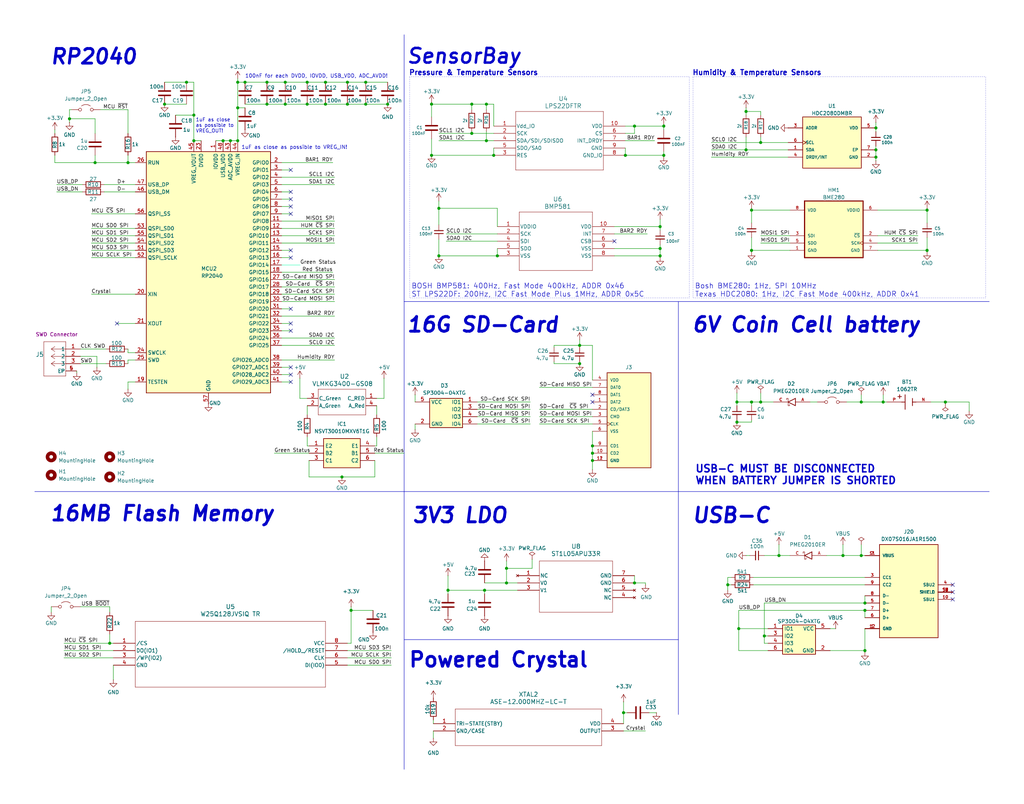
<source format=kicad_sch>
(kicad_sch (version 20250114) (generator "eeschema") (generator_version "9.0")
  (paper "User" 355.6 279.4)
  (title_block (title "PocketStat") (date "2025-02-25") (rev "1.0") (company "Porto Space Team") (comment 1 "Miguel Amorim"))
  (rectangle (start 240.665 26.67) (end 342.265 103.505) (stroke (width 0) (type dot)))
  (rectangle (start 142.24 26.67) (end 239.395 103.505) (stroke (width 0) (type dot)))
  (text "BOSH BMP581: 400Hz, Fast Mode 400kHz, ADDR 0x46\nST LPS22DF: 200Hz, I2C Fast Mode Plus 1MHz, ADDR 0x5C\n" (at 142.875 100.965 0) (effects (font (size 1.778 1.778)) (justify left)))
  (text "SensorBay" (at 140.97 19.685 0) (effects (font (size 5.08 5.08) (thickness 0.8636) (bold yes) (italic yes)) (justify left)))
  (text "100nF for each DVDD, IOVDD, USB_VDD, ADC_AVDD!" (at 85.09 27.305 0) (effects (font (size 1.27 1.27)) (justify left bottom)))
  (text "3V3 LDO" (at 142.875 182.245 0) (effects (font (size 5.08 5.08) (bold yes) (italic yes)) (justify left bottom)))
  (text "RP2040" (at 17.145 22.86 0) (effects (font (size 5.08 5.08) (thickness 1) (bold yes) (italic yes)) (justify left bottom)))
  (text "USB-C" (at 240.03 182.245 0) (effects (font (size 5.08 5.08) (bold yes) (italic yes)) (justify left bottom)))
  (text "Powered Crystal" (at 141.605 232.41 0) (effects (font (size 5.08 5.08) (bold yes)) (justify left bottom)))
  (text "Humidity & Temperature Sensors" (at 262.89 25.4 0) (effects (font (size 1.778 1.778) (thickness 0.3556) (bold yes))))
  (text "16G SD-Card" (at 140.97 113.03 0) (effects (font (size 5.08 5.08) (thickness 1.016) (bold yes) (italic yes)) (justify left)))
  (text "6V Coin Cell battery\n" (at 240.03 113.03 0) (effects (font (size 5.08 5.08) (thickness 1.016) (bold yes) (italic yes)) (justify left)))
  (text "Pressure & Temperature Sensors" (at 164.465 25.4 0) (effects (font (size 1.778 1.778) (thickness 0.3556) (bold yes))))
  (text "16MB Flash Memory" (at 17.145 181.61 0) (effects (font (size 5.08 5.08) (bold yes) (italic yes)) (justify left bottom)))
  (text "Bosh BME280: 1Hz, SPI 10MHz\nTexas HDC2080: 1Hz, I2C Fast Mode 400kHz, ADDR 0x41" (at 241.3 100.965 0) (effects (font (size 1.778 1.778)) (justify left)))
  (text "1uF as close \nas possible to \nVREG_OUT!" (at 67.945 46.355 0) (effects (font (size 1.2 1.2)) (justify left bottom)))
  (text "1uF as close as possible to VREG_IN!" (at 83.82 52.07 0) (effects (font (size 1.27 1.27)) (justify left bottom)))
  (text "USB-C MUST BE DISCONNECTED \nWHEN BATTERY JUMPER IS SHORTED" (at 241.3 165.1 0) (effects (font (size 2.54 2.54) (thickness 0.508) (bold yes)) (justify left)))
  (junction (at 264.16 49.53))
  (junction (at 24.13 41.275))
  (junction (at 127 36.195))
  (junction (at 229.235 86.36))
  (junction (at 321.945 86.995))
  (junction (at 113.03 28.575))
  (junction (at 260.985 73.025))
  (junction (at 85.09 28.575))
  (junction (at 121.92 212.09))
  (junction (at 216.535 247.65))
  (junction (at 171.45 53.975))
  (junction (at 260.985 86.995))
  (junction (at 44.45 56.515))
  (junction (at 113.03 36.195))
  (junction (at 168.91 36.195))
  (junction (at 300.355 209.55))
  (junction (at 67.31 40.005))
  (junction (at 64.77 28.575))
  (junction (at 168.275 205.105))
  (junction (at 201.295 120.015))
  (junction (at 106.68 36.195))
  (junction (at 172.72 88.9))
  (junction (at 149.86 36.195))
  (junction (at 80.01 48.895))
  (junction (at 229.235 78.74))
  (junction (at 38.1 223.52))
  (junction (at 300.355 226.06))
  (junction (at 229.235 88.9))
  (junction (at 328.295 139.7))
  (junction (at 92.71 36.195))
  (junction (at 264.16 139.7))
  (junction (at 82.55 48.895))
  (junction (at 220.345 43.815))
  (junction (at 77.47 48.895))
  (junction (at 300.355 212.09))
  (junction (at 120.65 36.195))
  (junction (at 155.575 205.105))
  (junction (at 265.43 220.98))
  (junction (at 205.74 154.94))
  (junction (at 306.705 139.7))
  (junction (at 255.905 139.7))
  (junction (at 118.745 165.735))
  (junction (at 99.06 36.195))
  (junction (at 67.31 48.895))
  (junction (at 230.505 53.975))
  (junction (at 175.895 202.565))
  (junction (at 201.295 126.365))
  (junction (at 152.4 88.9))
  (junction (at 57.15 36.195))
  (junction (at 259.08 52.07))
  (junction (at 152.4 72.39))
  (junction (at 175.895 197.485))
  (junction (at 299.085 139.7))
  (junction (at 255.905 146.685))
  (junction (at 270.51 193.04))
  (junction (at 168.91 48.895))
  (junction (at 304.165 44.45))
  (junction (at 106.68 28.575))
  (junction (at 134.62 36.195))
  (junction (at 205.74 157.48))
  (junction (at 99.06 28.575))
  (junction (at 82.55 37.465))
  (junction (at 292.735 193.04))
  (junction (at 256.54 218.44))
  (junction (at 92.71 28.575))
  (junction (at 321.945 73.025))
  (junction (at 163.83 36.195))
  (junction (at 33.02 56.515))
  (junction (at 217.17 53.975))
  (junction (at 259.08 38.735))
  (junction (at 260.985 139.7))
  (junction (at 230.505 43.815))
  (junction (at 252.73 203.2))
  (junction (at 304.165 52.07))
  (junction (at 220.345 202.565))
  (junction (at 205.74 160.02))
  (junction (at 304.165 54.61))
  (junction (at 163.83 46.355))
  (junction (at 127 28.575))
  (junction (at 82.55 28.575))
  (junction (at 299.085 193.04))
  (junction (at 120.65 28.575))
  (junction (at 149.86 53.975))
  (no_connect (at 205.74 137.16))
  (no_connect (at 100.965 114.935))
  (no_connect (at 40.64 112.395))
  (no_connect (at 100.965 74.295))
  (no_connect (at 100.965 69.215))
  (no_connect (at 330.835 205.74))
  (no_connect (at 100.965 86.995))
  (no_connect (at 100.965 130.175))
  (no_connect (at 100.965 89.535))
  (no_connect (at 100.965 71.755))
  (no_connect (at 100.965 112.395))
  (no_connect (at 213.36 83.82))
  (no_connect (at 205.74 139.7))
  (no_connect (at 330.835 208.28))
  (no_connect (at 100.965 132.715))
  (no_connect (at 100.965 127.635))
  (no_connect (at 100.965 66.675))
  (no_connect (at 330.835 203.2))
  (no_connect (at 100.965 107.315))
  (no_connect (at 100.965 59.055))
  (wire (pts (xy 165.735 144.78) (xy 184.15 144.78)))
  (wire (pts (xy 74.93 48.895) (xy 77.47 48.895)))
  (wire (pts (xy 97.79 120.015) (xy 116.205 120.015)))
  (wire (pts (xy 130.81 140.97) (xy 130.81 144.145)))
  (wire (pts (xy 154.94 81.28) (xy 172.72 81.28)))
  (wire (pts (xy 304.8 73.025) (xy 321.945 73.025)))
  (wire (pts (xy 229.235 85.09) (xy 229.235 86.36)))
  (wire (pts (xy 168.91 36.195) (xy 168.91 38.1)))
  (wire (pts (xy 230.505 53.975) (xy 230.505 52.705)))
  (wire (pts (xy 31.75 81.915) (xy 46.99 81.915)))
  (wire (pts (xy 217.17 48.895) (xy 227.33 48.895)))
  (wire (pts (xy 67.31 40.005) (xy 67.31 28.575)))
  (wire (pts (xy 281.305 139.7) (xy 283.845 139.7)))
  (wire (pts (xy 24.13 41.275) (xy 24.13 42.545)))
  (wire (pts (xy 130.81 151.765) (xy 130.81 154.94)))
  (wire (pts (xy 256.54 212.09) (xy 300.355 212.09)))
  (wire (pts (xy 264.16 81.915) (xy 274.32 81.915)))
  (wire (pts (xy 168.275 206.375) (xy 168.275 205.105)))
  (wire (pts (xy 163.83 36.195) (xy 163.83 38.1)))
  (wire (pts (xy 38.1 210.82) (xy 38.1 212.725)))
  (wire (pts (xy 265.43 209.55) (xy 300.355 209.55)))
  (wire (pts (xy 120.65 228.6) (xy 135.89 228.6)))
  (wire (pts (xy 97.79 61.595) (xy 116.205 61.595)))
  (wire (pts (xy 220.345 43.815) (xy 230.505 43.815)))
  (wire (pts (xy 82.55 28.575) (xy 82.55 37.465)))
  (wire (pts (xy 36.195 64.135) (xy 46.99 64.135)))
  (wire (pts (xy 97.79 117.475) (xy 116.205 117.475)))
  (wire (pts (xy 127 28.575) (xy 134.62 28.575)))
  (wire (pts (xy 165.735 147.32) (xy 184.15 147.32)))
  (wire (pts (xy 225.425 247.65) (xy 227.965 247.65)))
  (wire (pts (xy 256.54 218.44) (xy 266.7 218.44)))
  (wire (pts (xy 216.535 247.65) (xy 217.805 247.65)))
  (wire (pts (xy 230.505 54.61) (xy 230.505 53.975)))
  (wire (pts (xy 168.91 45.72) (xy 168.91 48.895)))
  (wire (pts (xy 17.78 210.82) (xy 17.78 212.725)))
  (wire (pts (xy 24.13 38.1) (xy 24.765 38.1)))
  (wire (pts (xy 265.43 220.98) (xy 266.7 220.98)))
  (wire (pts (xy 39.37 231.14) (xy 39.37 236.22)))
  (wire (pts (xy 120.65 226.06) (xy 135.89 226.06)))
  (wire (pts (xy 168.91 48.895) (xy 171.45 48.895)))
  (wire (pts (xy 192.405 126.365) (xy 192.405 125.73)))
  (wire (pts (xy 255.905 139.7) (xy 260.985 139.7)))
  (wire (pts (xy 307.975 139.7) (xy 306.705 139.7)))
  (wire (pts (xy 44.45 132.715) (xy 46.99 132.715)))
  (wire (pts (xy 260.985 73.025) (xy 274.32 73.025)))
  (wire (pts (xy 149.86 35.56) (xy 149.86 36.195)))
  (wire (pts (xy 31.75 86.995) (xy 46.99 86.995)))
  (wire (pts (xy 165.735 142.24) (xy 184.15 142.24)))
  (wire (pts (xy 130.81 138.43) (xy 133.35 138.43)))
  (wire (pts (xy 97.79 64.135) (xy 116.205 64.135)))
  (wire (pts (xy 216.535 254) (xy 224.155 254)))
  (wire (pts (xy 82.55 37.465) (xy 82.55 48.895)))
  (wire (pts (xy 97.79 74.295) (xy 100.965 74.295)))
  (wire (pts (xy 260.985 139.7) (xy 260.985 140.97)))
  (wire (pts (xy 256.54 226.06) (xy 266.7 226.06)))
  (wire (pts (xy 247.015 54.61) (xy 273.685 54.61)))
  (wire (pts (xy 130.175 154.94) (xy 130.81 154.94)))
  (wire (pts (xy 24.13 41.275) (xy 33.02 41.275)))
  (wire (pts (xy 256.54 218.44) (xy 256.54 226.06)))
  (wire (pts (xy 97.79 71.755) (xy 100.965 71.755)))
  (wire (pts (xy 259.08 38.735) (xy 259.08 40.005)))
  (wire (pts (xy 299.085 193.04) (xy 300.355 193.04)))
  (wire (pts (xy 168.275 205.105) (xy 179.705 205.105)))
  (wire (pts (xy 299.085 189.23) (xy 299.085 193.04)))
  (wire (pts (xy 265.43 209.55) (xy 265.43 220.98)))
  (wire (pts (xy 252.73 203.2) (xy 252.73 200.66)))
  (wire (pts (xy 265.43 220.98) (xy 265.43 223.52)))
  (wire (pts (xy 300.355 226.06) (xy 300.355 226.695)))
  (wire (pts (xy 150.495 250.19) (xy 150.495 251.46)))
  (wire (pts (xy 40.64 112.395) (xy 46.99 112.395)))
  (wire (pts (xy 201.295 126.365) (xy 201.295 125.73)))
  (wire (pts (xy 187.325 142.24) (xy 205.74 142.24)))
  (wire (pts (xy 100.965 69.215) (xy 97.79 69.215)))
  (wire (pts (xy 172.72 78.74) (xy 172.72 72.39)))
  (wire (pts (xy 67.31 48.895) (xy 69.85 48.895)))
  (wire (pts (xy 255.905 146.685) (xy 260.985 146.685)))
  (wire (pts (xy 152.4 72.39) (xy 172.72 72.39)))
  (wire (pts (xy 260.985 139.7) (xy 264.16 139.7)))
  (wire (pts (xy 323.215 139.7) (xy 328.295 139.7)))
  (wire (pts (xy 27.94 123.825) (xy 33.655 123.825)))
  (wire (pts (xy 265.43 223.52) (xy 266.7 223.52)))
  (wire (pts (xy 144.145 147.32) (xy 144.145 149.225)))
  (wire (pts (xy 255.905 136.525) (xy 255.905 139.7)))
  (wire (pts (xy 205.74 160.02) (xy 205.74 157.48)))
  (wire (pts (xy 149.86 53.975) (xy 171.45 53.975)))
  (wire (pts (xy 217.17 53.975) (xy 230.505 53.975)))
  (wire (pts (xy 304.165 50.8) (xy 304.165 52.07)))
  (wire (pts (xy 261.62 200.66) (xy 300.355 200.66)))
  (wire (pts (xy 175.895 194.945) (xy 175.895 197.485)))
  (wire (pts (xy 321.945 86.995) (xy 321.945 87.63)))
  (wire (pts (xy 259.08 52.07) (xy 273.685 52.07)))
  (wire (pts (xy 255.905 140.97) (xy 255.905 139.7)))
  (wire (pts (xy 92.71 36.195) (xy 99.06 36.195)))
  (wire (pts (xy 171.45 36.195) (xy 171.45 43.815)))
  (wire (pts (xy 99.06 28.575) (xy 92.71 28.575)))
  (wire (pts (xy 44.45 135.255) (xy 44.45 132.715)))
  (wire (pts (xy 130.175 165.735) (xy 130.175 160.02)))
  (wire (pts (xy 44.45 126.365) (xy 44.45 125.095)))
  (wire (pts (xy 304.165 52.07) (xy 304.165 54.61)))
  (wire (pts (xy 33.02 41.275) (xy 33.02 46.355)))
  (wire (pts (xy 261.62 203.2) (xy 300.355 203.2)))
  (wire (pts (xy 33.02 56.515) (xy 19.05 56.515)))
  (wire (pts (xy 187.325 147.32) (xy 205.74 147.32)))
  (wire (pts (xy 57.15 36.195) (xy 64.77 36.195)))
  (wire (pts (xy 97.79 84.455) (xy 116.205 84.455)))
  (polyline (pts (xy 140.335 12.065) (xy 140.335 104.775)))
  (wire (pts (xy 288.29 226.06) (xy 300.355 226.06)))
  (wire (pts (xy 264.16 38.735) (xy 264.16 40.005)))
  (wire (pts (xy 299.085 139.7) (xy 306.705 139.7)))
  (wire (pts (xy 264.16 84.455) (xy 274.32 84.455)))
  (wire (pts (xy 127 28.575) (xy 120.65 28.575)))
  (wire (pts (xy 57.15 28.575) (xy 64.77 28.575)))
  (wire (pts (xy 321.945 77.47) (xy 321.945 73.025)))
  (wire (pts (xy 255.905 146.685) (xy 255.905 146.05)))
  (wire (pts (xy 192.405 126.365) (xy 201.295 126.365)))
  (wire (pts (xy 19.685 64.135) (xy 28.575 64.135)))
  (wire (pts (xy 97.79 59.055) (xy 100.965 59.055)))
  (polyline (pts (xy 140.335 222.25) (xy 235.585 222.25)))
  (wire (pts (xy 259.08 47.625) (xy 259.08 52.07)))
  (wire (pts (xy 328.295 139.7) (xy 336.55 139.7)))
  (wire (pts (xy 229.235 89.535) (xy 229.235 88.9)))
  (wire (pts (xy 213.36 81.28) (xy 224.79 81.28)))
  (wire (pts (xy 304.165 42.545) (xy 304.165 44.45)))
  (wire (pts (xy 168.91 36.195) (xy 171.45 36.195)))
  (wire (pts (xy 216.535 247.65) (xy 216.535 251.46)))
  (wire (pts (xy 328.295 139.7) (xy 328.295 140.335)))
  (wire (pts (xy 259.08 38.735) (xy 264.16 38.735)))
  (wire (pts (xy 270.51 193.04) (xy 274.32 193.04)))
  (polyline (pts (xy 140.335 104.775) (xy 140.335 267.335)))
  (wire (pts (xy 149.86 36.195) (xy 163.83 36.195)))
  (wire (pts (xy 220.345 200.025) (xy 220.345 202.565)))
  (wire (pts (xy 121.92 212.09) (xy 129.54 212.09)))
  (wire (pts (xy 175.895 202.565) (xy 179.705 202.565)))
  (wire (pts (xy 31.75 102.235) (xy 46.99 102.235)))
  (wire (pts (xy 213.36 86.36) (xy 229.235 86.36)))
  (wire (pts (xy 175.895 197.485) (xy 184.785 197.485)))
  (wire (pts (xy 82.55 27.305) (xy 82.55 28.575)))
  (wire (pts (xy 256.54 218.44) (xy 256.54 212.09)))
  (wire (pts (xy 97.79 104.775) (xy 116.205 104.775)))
  (wire (pts (xy 31.75 74.295) (xy 46.99 74.295)))
  (wire (pts (xy 130.175 157.48) (xy 140.335 157.48)))
  (wire (pts (xy 217.17 43.815) (xy 220.345 43.815)))
  (wire (pts (xy 163.83 45.72) (xy 163.83 46.355)))
  (wire (pts (xy 254 203.2) (xy 252.73 203.2)))
  (wire (pts (xy 201.295 120.015) (xy 201.295 120.65)))
  (wire (pts (xy 99.06 36.195) (xy 106.68 36.195)))
  (wire (pts (xy 304.165 45.72) (xy 304.165 44.45)))
  (wire (pts (xy 213.36 88.9) (xy 229.235 88.9)))
  (wire (pts (xy 152.4 88.9) (xy 172.72 88.9)))
  (wire (pts (xy 127 36.195) (xy 134.62 36.195)))
  (wire (pts (xy 34.925 38.1) (xy 44.45 38.1)))
  (wire (pts (xy 152.4 48.895) (xy 168.91 48.895)))
  (wire (pts (xy 294.005 139.7) (xy 299.085 139.7)))
  (wire (pts (xy 92.71 28.575) (xy 85.09 28.575)))
  (wire (pts (xy 44.45 56.515) (xy 46.99 56.515)))
  (wire (pts (xy 216.535 243.84) (xy 216.535 247.65)))
  (polyline (pts (xy 140.335 170.815) (xy 343.535 170.815)))
  (wire (pts (xy 44.45 38.1) (xy 44.45 46.355)))
  (wire (pts (xy 260.35 193.04) (xy 259.08 193.04)))
  (wire (pts (xy 264.16 49.53) (xy 273.685 49.53)))
  (wire (pts (xy 321.945 72.39) (xy 321.945 73.025)))
  (wire (pts (xy 97.79 56.515) (xy 115.57 56.515)))
  (wire (pts (xy 67.31 28.575) (xy 64.77 28.575)))
  (wire (pts (xy 336.55 139.7) (xy 336.55 142.875)))
  (wire (pts (xy 152.4 46.355) (xy 163.83 46.355)))
  (wire (pts (xy 97.79 86.995) (xy 100.965 86.995)))
  (wire (pts (xy 287.02 193.04) (xy 292.735 193.04)))
  (wire (pts (xy 100.965 132.715) (xy 97.79 132.715)))
  (wire (pts (xy 113.03 28.575) (xy 106.68 28.575)))
  (wire (pts (xy 260.985 72.39) (xy 260.985 73.025)))
  (wire (pts (xy 39.37 228.6) (xy 22.225 228.6)))
  (wire (pts (xy 85.09 36.195) (xy 92.71 36.195)))
  (wire (pts (xy 192.405 120.65) (xy 192.405 120.015)))
  (wire (pts (xy 97.79 97.155) (xy 116.205 97.155)))
  (wire (pts (xy 95.25 157.48) (xy 107.315 157.48)))
  (wire (pts (xy 67.31 40.005) (xy 67.31 48.895)))
  (wire (pts (xy 107.315 160.02) (xy 107.315 165.735)))
  (wire (pts (xy 192.405 120.015) (xy 201.295 120.015)))
  (polyline (pts (xy 12.065 170.815) (xy 140.335 170.815)))
  (wire (pts (xy 321.945 82.55) (xy 321.945 86.995)))
  (wire (pts (xy 292.735 193.04) (xy 299.085 193.04)))
  (wire (pts (xy 264.16 139.7) (xy 268.605 139.7)))
  (wire (pts (xy 106.68 140.97) (xy 106.68 144.145)))
  (wire (pts (xy 97.79 107.315) (xy 100.965 107.315)))
  (wire (pts (xy 107.315 165.735) (xy 118.745 165.735)))
  (wire (pts (xy 44.45 122.555) (xy 46.99 122.555)))
  (wire (pts (xy 36.195 66.675) (xy 46.99 66.675)))
  (wire (pts (xy 60.96 40.005) (xy 67.31 40.005)))
  (wire (pts (xy 97.79 76.835) (xy 116.205 76.835)))
  (wire (pts (xy 85.09 28.575) (xy 82.55 28.575)))
  (wire (pts (xy 201.295 118.11) (xy 201.295 120.015)))
  (wire (pts (xy 229.235 86.36) (xy 229.235 88.9)))
  (wire (pts (xy 19.685 66.675) (xy 28.575 66.675)))
  (wire (pts (xy 27.94 121.285) (xy 36.83 121.285)))
  (wire (pts (xy 97.79 79.375) (xy 116.205 79.375)))
  (wire (pts (xy 19.05 56.515) (xy 19.05 53.975)))
  (wire (pts (xy 24.13 38.1) (xy 24.13 41.275)))
  (wire (pts (xy 155.575 205.105) (xy 168.275 205.105)))
  (wire (pts (xy 154.94 83.82) (xy 172.72 83.82)))
  (wire (pts (xy 304.8 81.915) (xy 318.77 81.915)))
  (wire (pts (xy 97.79 81.915) (xy 116.205 81.915)))
  (wire (pts (xy 205.74 160.02) (xy 205.74 163.195)))
  (wire (pts (xy 229.235 78.74) (xy 229.235 80.01)))
  (wire (pts (xy 19.05 45.085) (xy 19.05 46.355)))
  (wire (pts (xy 120.65 36.195) (xy 127 36.195)))
  (wire (pts (xy 82.55 37.465) (xy 85.09 37.465)))
  (wire (pts (xy 187.325 134.62) (xy 205.74 134.62)))
  (wire (pts (xy 97.79 125.095) (xy 116.205 125.095)))
  (wire (pts (xy 97.79 130.175) (xy 100.965 130.175)))
  (wire (pts (xy 39.37 226.06) (xy 22.225 226.06)))
  (wire (pts (xy 300.355 207.01) (xy 300.355 209.55)))
  (wire (pts (xy 97.79 114.935) (xy 100.965 114.935)))
  (wire (pts (xy 149.86 48.26) (xy 149.86 53.975)))
  (wire (pts (xy 33.02 56.515) (xy 33.02 53.975)))
  (wire (pts (xy 172.72 86.36) (xy 172.72 88.9)))
  (wire (pts (xy 247.015 49.53) (xy 264.16 49.53)))
  (wire (pts (xy 97.79 112.395) (xy 100.965 112.395)))
  (wire (pts (xy 217.17 51.435) (xy 217.17 53.975)))
  (wire (pts (xy 97.79 94.615) (xy 115.57 94.615)))
  (wire (pts (xy 113.03 36.195) (xy 120.65 36.195)))
  (wire (pts (xy 44.45 53.975) (xy 44.45 56.515)))
  (wire (pts (xy 33.655 123.825) (xy 33.655 127.635)))
  (wire (pts (xy 259.08 37.465) (xy 259.08 38.735)))
  (wire (pts (xy 318.77 84.455) (xy 304.8 84.455)))
  (wire (pts (xy 33.02 56.515) (xy 44.45 56.515)))
  (wire (pts (xy 106.68 151.765) (xy 106.68 154.94)))
  (wire (pts (xy 175.895 197.485) (xy 175.895 202.565)))
  (wire (pts (xy 155.575 205.105) (xy 155.575 206.375)))
  (wire (pts (xy 27.94 210.82) (xy 38.1 210.82)))
  (wire (pts (xy 38.1 220.345) (xy 38.1 223.52)))
  (wire (pts (xy 229.235 76.2) (xy 229.235 78.74)))
  (wire (pts (xy 31.75 84.455) (xy 46.99 84.455)))
  (wire (pts (xy 120.65 28.575) (xy 113.03 28.575)))
  (wire (pts (xy 106.68 36.195) (xy 113.03 36.195)))
  (wire (pts (xy 152.4 83.185) (xy 152.4 88.9)))
  (wire (pts (xy 97.79 102.235) (xy 116.205 102.235)))
  (wire (pts (xy 133.35 131.445) (xy 133.35 138.43)))
  (wire (pts (xy 224.155 202.565) (xy 220.345 202.565)))
  (wire (pts (xy 299.085 137.16) (xy 299.085 139.7)))
  (wire (pts (xy 217.17 46.355) (xy 220.345 46.355)))
  (wire (pts (xy 260.985 86.995) (xy 260.985 87.63)))
  (wire (pts (xy 205.74 154.94) (xy 205.74 157.48)))
  (wire (pts (xy 292.735 189.23) (xy 292.735 193.04)))
  (wire (pts (xy 118.745 165.735) (xy 130.175 165.735)))
  (wire (pts (xy 270.51 189.23) (xy 270.51 193.04)))
  (wire (pts (xy 260.985 77.47) (xy 260.985 73.025)))
  (wire (pts (xy 100.965 66.675) (xy 97.79 66.675)))
  (wire (pts (xy 121.92 212.09) (xy 121.92 210.82)))
  (wire (pts (xy 104.14 131.445) (xy 104.14 138.43)))
  (wire (pts (xy 213.36 78.74) (xy 229.235 78.74)))
  (wire (pts (xy 152.4 72.39) (xy 152.4 78.105)))
  (wire (pts (xy 97.79 92.075) (xy 104.2148 92.075)) (stroke (width 0) (color 43 255 182 1)))
  (wire (pts (xy 264.16 47.625) (xy 264.16 49.53)))
  (wire (pts (xy 31.75 89.535) (xy 46.99 89.535)))
  (wire (pts (xy 304.165 54.61) (xy 304.165 55.88)))
  (wire (pts (xy 38.1 223.52) (xy 39.37 223.52)))
  (wire (pts (xy 97.79 99.695) (xy 116.205 99.695)))
  (wire (pts (xy 201.295 120.015) (xy 205.74 120.015)))
  (wire (pts (xy 252.73 200.66) (xy 254 200.66)))
  (wire (pts (xy 97.79 109.855) (xy 116.205 109.855)))
  (wire (pts (xy 150.495 254) (xy 150.495 256.54)))
  (wire (pts (xy 155.575 200.025) (xy 155.575 205.105)))
  (wire (pts (xy 104.14 138.43) (xy 106.68 138.43)))
  (wire (pts (xy 168.275 202.565) (xy 175.895 202.565)))
  (wire (pts (xy 264.16 136.525) (xy 264.16 139.7)))
  (wire (pts (xy 121.92 223.52) (xy 121.92 212.09)))
  (wire (pts (xy 184.785 197.485) (xy 184.785 194.31)))
  (wire (pts (xy 120.65 223.52) (xy 121.92 223.52)))
  (wire (pts (xy 26.67 128.905) (xy 26.67 129.54)))
  (wire (pts (xy 205.74 120.015) (xy 205.74 132.08)))
  (wire (pts (xy 22.225 223.52) (xy 38.1 223.52)))
  (wire (pts (xy 230.505 43.18) (xy 230.505 43.815)))
  (wire (pts (xy 288.29 218.44) (xy 290.195 218.44)))
  (wire (pts (xy 44.45 125.095) (xy 46.99 125.095)))
  (wire (pts (xy 224.155 203.2) (xy 224.155 202.565)))
  (wire (pts (xy 27.94 126.365) (xy 36.83 126.365)))
  (wire (pts (xy 44.45 122.555) (xy 44.45 121.285)))
  (wire (pts (xy 163.83 36.195) (xy 168.91 36.195)))
  (wire (pts (xy 260.985 82.55) (xy 260.985 86.995)))
  (polyline (pts (xy 140.335 104.775) (xy 343.535 104.775)))
  (wire (pts (xy 260.985 86.995) (xy 274.32 86.995)))
  (wire (pts (xy 97.79 89.535) (xy 100.965 89.535)))
  (wire (pts (xy 163.83 46.355) (xy 171.45 46.355)))
  (wire (pts (xy 77.47 48.895) (xy 80.01 48.895)))
  (wire (pts (xy 304.8 86.995) (xy 321.945 86.995)))
  (wire (pts (xy 260.985 146.685) (xy 260.985 146.05)))
  (wire (pts (xy 252.73 205.105) (xy 252.73 203.2)))
  (wire (pts (xy 97.79 127.635) (xy 100.965 127.635)))
  (wire (pts (xy 171.45 51.435) (xy 171.45 53.975)))
  (wire (pts (xy 144.145 137.16) (xy 144.145 139.7)))
  (wire (pts (xy 306.705 137.16) (xy 306.705 139.7)))
  (wire (pts (xy 300.355 212.09) (xy 300.355 214.63)))
  (wire (pts (xy 120.65 231.14) (xy 135.89 231.14)))
  (wire (pts (xy 106.68 154.94) (xy 107.315 154.94)))
  (wire (pts (xy 220.345 46.355) (xy 220.345 43.815)))
  (polyline (pts (xy 235.585 104.775) (xy 235.585 248.285)))
  (wire (pts (xy 230.505 43.815) (xy 230.505 45.085)))
  (wire (pts (xy 165.735 139.7) (xy 184.15 139.7)))
  (wire (pts (xy 31.75 79.375) (xy 46.99 79.375)))
  (wire (pts (xy 265.43 193.04) (xy 270.51 193.04)))
  (wire (pts (xy 106.68 28.575) (xy 99.06 28.575)))
  (wire (pts (xy 300.355 218.44) (xy 300.355 226.06)))
  (wire (pts (xy 80.01 48.895) (xy 82.55 48.895)))
  (wire (pts (xy 152.4 69.85) (xy 152.4 72.39)))
  (wire (pts (xy 205.74 149.86) (xy 205.74 154.94)))
  (wire (pts (xy 187.325 144.78) (xy 205.74 144.78)))
  (wire (pts (xy 149.86 36.195) (xy 149.86 40.64)))
  (wire (pts (xy 247.015 52.07) (xy 259.08 52.07)))
  (label "Crystal" (at 31.75 102.235 0))
  (label "SD-Card MOSI SPI" (at 187.325 144.78 0))
  (label "SD-Card  ~{CS} SPI" (at 187.325 142.24 0))
  (label "SD-Card SCK SPI" (at 184.15 139.7 180))
  (label "SCL0 I2C" (at 116.205 120.015 180))
  (label "MCU SD2 SPI" (at 22.225 228.6 0))
  (label "MOSI1 SPI" (at 264.16 81.915 0))
  (label "USB_DN" (at 19.685 66.675 0))
  (label "MCU SD0 SPI" (at 31.75 79.375 0))
  (label "SD-Card MOSI SPI" (at 184.15 142.24 180))
  (label "MOSI1 SPI" (at 116.205 84.455 180))
  (label "SWD" (at 27.94 126.365 0))
  (label "Red Status" (at 115.57 94.615 180))
  (label "Red Status" (at 140.335 157.48 180))
  (label "SDA1 I2C" (at 152.4 48.895 0))
  (label "SDA0 I2C" (at 247.015 52.07 0))
  (label "Green Status" (at 104.2148 92.075 0))
  (label "BAR1 RDY" (at 115.57 56.515 180))
  (label "USB_DP" (at 256.54 212.09 0))
  (label "SCK1 SPI" (at 318.77 84.455 180))
  (label "SDA0 I2C" (at 154.94 83.82 0))
  (label "MCU SD1 SPI" (at 31.75 81.915 0))
  (label "SD-Card MISO SPI" (at 184.15 144.78 180))
  (label "SD-Card MISO SPI" (at 187.325 134.62 0))
  (label "SDA1 I2C" (at 116.205 64.135 180))
  (label "D-" (at 40.64 66.675 0))
  (label "MCU SD3 SPI" (at 31.75 86.995 0))
  (label "SCL0 I2C" (at 154.94 81.28 0))
  (label "USB ~{BOOT}" (at 38.1 210.82 180))
  (label "USB_DN" (at 265.43 209.55 0))
  (label "MISO1 SPI" (at 116.205 76.835 180))
  (label "MISO1 SPI" (at 264.16 84.455 0))
  (label "Green Status" (at 95.25 157.48 0))
  (label "Crystal" (at 224.155 254 180))
  (label "CLK SWD" (at 27.94 121.285 0))
  (label "Humidity RDY" (at 116.205 125.095 180))
  (label "D+" (at 40.64 64.135 0))
  (label "MCU SD2 SPI" (at 31.75 84.455 0))
  (label "USB_DP" (at 19.685 64.135 0))
  (label "MCU SCLK SPI" (at 135.89 228.6 180))
  (label "SCL1 I2C" (at 152.4 46.355 0))
  (label "SD-Card SCK SPI" (at 116.205 102.235 180))
  (label "SD-Card  ~{CS} SPI" (at 116.205 99.695 180))
  (label "Humidity RDY" (at 247.015 54.61 0))
  (label "SCL1 I2C" (at 116.205 61.595 180))
  (label "HUM ~{CS} SPI" (at 318.77 81.915 180))
  (label "HUM ~{CS} SPI" (at 116.205 79.375 180))
  (label "SD-Card  ~{CS} SPI" (at 184.15 147.32 180))
  (label "MCU SCLK SPI" (at 31.75 89.535 0))
  (label "SDA0 I2C" (at 116.205 117.475 180))
  (label "MCU SD1 SPI" (at 22.225 226.06 0))
  (label "BAR2 RDY" (at 224.79 81.28 180))
  (label "MCU ~{CS} SPI" (at 22.225 223.52 0))
  (label "MCU SD0 SPI" (at 135.89 231.14 180))
  (label "MCU ~{CS} SPI" (at 31.75 74.295 0))
  (label "SCL0 I2C" (at 247.015 49.53 0))
  (label "MCU ~{RST}" (at 44.45 38.1 180))
  (label "MCU SD3 SPI" (at 135.89 226.06 180))
  (label "SD-Card MISO SPI" (at 116.205 97.155 180))
  (label "SCK1 SPI" (at 116.205 81.915 180))
  (label "SD-Card SCK SPI" (at 187.325 147.32 0))
  (label "BAR1 RDY" (at 227.33 48.895 180))
  (label "SD-Card MOSI SPI" (at 116.205 104.775 180))
  (label "BAR2 RDY" (at 116.205 109.855 180))
  (symbol (lib_id "power:GND") (at 252.73 205.105 0) (mirror y) (unit 1)
    (property "Reference" "#PWR045" (effects (hide yes)))
    (property "Value" "GND" (at 252.73 208.915 0))
    (property "Description" "Power symbol creates a global label with name \"GND\" , ground" (effects (hide yes)))
  )
  (symbol (lib_id "power:PWR_FLAG") (at 264.16 136.525 0) (unit 1)
    (property "Reference" "#FLG03" (effects (hide yes)))
    (property "Value" "PWR_FLAG" (at 264.16 132.715 0))
    (property "Description" "Special symbol for telling ERC where power comes from" (effects (hide yes)))
  )
  (symbol (lib_id "Device:C_Small") (at 262.89 193.04 270) (mirror x) (unit 1)
    (property "Reference" "C36" (at 260.985 187.96 90) (effects (justify left)))
    (property "Value" "100n" (at 260.35 189.865 90) (effects (justify left)))
    (property "Footprint" "Capacitor-0402:Capacitor_0402" (effects (hide yes)))
    (property "Description" "Unpolarized capacitor, small symbol" (effects (hide yes)))
  )
  (symbol (lib_id "power:+5V") (at 270.51 189.23 0) (mirror y) (unit 1)
    (property "Reference" "#PWR078" (effects (hide yes)))
    (property "Value" "+5V" (at 270.51 185.42 0))
    (property "Description" "Power symbol creates a global label with name \"+5V\"" (effects (hide yes)))
  )
  (symbol (lib_id "Mechanical:MountingHole") (at 38.1 165.735 0) (unit 1) (in_bom no)
    (property "Reference" "H2" (at 40.64 164.4649 0) (effects (justify left)))
    (property "Value" "MountingHole" (at 40.64 167.0049 0) (effects (justify left)))
    (property "Footprint" "MountingHole:MountingHole_2.2mm_M2_ISO7380" (effects (hide yes)))
    (property "Description" "Mounting Hole without connection" (effects (hide yes)))
  )
  (symbol (lib_id "power:GND") (at 60.96 47.625 0) (unit 1)
    (property "Reference" "#PWR010" (effects (hide yes)))
    (property "Value" "GND" (at 60.96 51.435 0))
    (property "Description" "Power symbol creates a global label with name \"GND\" , ground" (effects (hide yes)))
  )
  (symbol (lib_id "power:GND") (at 259.08 193.04 270) (mirror x) (unit 1)
    (property "Reference" "#PWR048" (effects (hide yes)))
    (property "Value" "GND" (at 254 193.04 90))
    (property "Description" "Power symbol creates a global label with name \"GND\" , ground" (effects (hide yes)))
  )
  (symbol (lib_id "power:+5V") (at 133.35 131.445 0) (unit 1)
    (property "Reference" "#PWR032" (effects (hide yes)))
    (property "Value" "+5V" (at 133.35 127.635 0))
    (property "Description" "Power symbol creates a global label with name \"+5V\"" (effects (hide yes)))
  )
  (symbol (lib_id "Device:R") (at 150.495 246.38 0) (mirror x) (unit 1)
    (property "Reference" "R19" (at 150.495 244.475 90) (effects (justify left)))
    (property "Value" "10k" (at 148.463 244.602 90) (effects (justify left)))
    (property "Footprint" "Resistor-0402:RES_0402" (effects (hide yes)))
    (property "Description" "Resistor" (effects (hide yes)))
  )
  (symbol (lib_id "power:GND") (at 230.505 54.61 0) (mirror y) (unit 1)
    (property "Reference" "#PWR052" (effects (hide yes)))
    (property "Value" "GND" (at 228.473 58.166 0) (effects (justify right)))
    (property "Description" "Power symbol creates a global label with name \"GND\" , ground" (effects (hide yes)))
  )
  (symbol (lib_id "power:PWR_FLAG") (at 184.785 194.31 0) (unit 1)
    (property "Reference" "#FLG04" (effects (hide yes)))
    (property "Value" "PWR_FLAG" (at 184.785 190.5 0))
    (property "Description" "Special symbol for telling ERC where power comes from" (effects (hide yes)))
  )
  (symbol (lib_id "power:GND") (at 39.37 236.22 0) (unit 1)
    (property "Reference" "#PWR061" (effects (hide yes)))
    (property "Value" "GND" (at 39.37 240.538 0))
    (property "Description" "Power symbol creates a global label with name \"GND\" , ground" (effects (hide yes)))
  )
  (symbol (lib_id "Jumper:Jumper_2_Open") (at 22.86 210.82 0) (unit 1)
    (property "Reference" "JP4" (at 22.86 204.47 0))
    (property "Value" "Jumper_2_Open" (at 22.86 207.01 0))
    (property "Footprint" "Jumper:SolderJumper-2_P1.3mm_Open_RoundedPad1.0x1.5mm" (effects (hide yes)))
    (property "Description" "Jumper, 2-pole, open" (effects (hide yes)))
  )
  (symbol (lib_id "Device:R") (at 40.64 126.365 90) (mirror x) (unit 1)
    (property "Reference" "R15" (at 42.545 126.365 90) (effects (justify left)))
    (property "Value" "100" (at 42.418 124.333 90) (effects (justify left)))
    (property "Footprint" "Resistor-0402:RES_0402" (effects (hide yes)))
    (property "Description" "Resistor" (effects (hide yes)))
  )
  (symbol (lib_id "power:GND") (at 260.985 87.63 0) (unit 1)
    (property "Reference" "#PWR027" (effects (hide yes)))
    (property "Value" "GND" (at 260.985 91.44 0))
    (property "Description" "Power symbol creates a global label with name \"GND\" , ground" (effects (hide yes)))
  )
  (symbol (lib_id "power:+3.3V") (at 82.55 27.305 0) (unit 1)
    (property "Reference" "#PWR06" (effects (hide yes)))
    (property "Value" "+3.3V" (at 82.55 23.241 0))
    (property "Description" "Power symbol creates a global label with name \"+3.3V\"" (effects (hide yes)))
  )
  (symbol (lib_id "Mechanical:MountingHole") (at 17.78 165.1 0) (unit 1) (in_bom no)
    (property "Reference" "H1" (at 20.32 163.8299 0) (effects (justify left)))
    (property "Value" "MountingHole" (at 20.32 166.3699 0) (effects (justify left)))
    (property "Footprint" "MountingHole:MountingHole_2.2mm_M2_ISO7380" (effects (hide yes)))
    (property "Description" "Mounting Hole without connection" (effects (hide yes)))
  )
  (symbol (lib_id "Device:C_Small") (at 192.405 123.19 0) (mirror y) (unit 1)
    (property "Reference" "C26" (at 190.5 121.92 0) (effects (justify left)))
    (property "Value" "4.7u" (at 190.5 124.46 0) (effects (justify left)))
    (property "Footprint" "Capacitor-0402:Capacitor_0402" (effects (hide yes)))
    (property "Description" "Unpolarized capacitor, small symbol" (effects (hide yes)))
  )
  (symbol (lib_id "Device:C") (at 221.615 247.65 90) (unit 1)
    (property "Reference" "C33" (at 227.965 245.745 90) (effects (justify left)))
    (property "Value" "1uF" (at 227.965 243.84 90) (effects (justify left)))
    (property "Footprint" "Capacitor-0402:Capacitor_0402" (effects (hide yes)))
    (property "Description" "Unpolarized capacitor" (effects (hide yes)))
  )
  (symbol (lib_id "power:GND") (at 26.67 129.54 0) (unit 1)
    (property "Reference" "#PWR04" (effects (hide yes)))
    (property "Value" "GND" (at 26.67 133.35 0))
    (property "Description" "Power symbol creates a global label with name \"GND\" , ground" (effects (hide yes)))
  )
  (symbol (lib_id "Device:C") (at 129.54 215.9 0) (unit 1)
    (property "Reference" "C21" (at 130.556 213.868 0) (effects (justify left)))
    (property "Value" "100n" (at 130.048 218.44 0) (effects (justify left)))
    (property "Footprint" "Capacitor-0402:Capacitor_0402" (effects (hide yes)))
    (property "Description" "Unpolarized capacitor" (effects (hide yes)))
  )
  (symbol (lib_id "Device:C") (at 120.65 32.385 0) (unit 1)
    (property "Reference" "C14" (at 120.65 30.48 0) (effects (justify left)))
    (property "Value" "100n" (at 120.65 34.925 0) (effects (justify left)))
    (property "Footprint" "Capacitor-0402:Capacitor_0402" (effects (hide yes)))
    (property "Description" "Unpolarized capacitor" (effects (hide yes)))
  )
  (symbol (lib_id "Device:R") (at 259.08 43.815 0) (mirror y) (unit 1)
    (property "Reference" "R18" (at 259.08 45.085 90) (effects (font (size 1.016 1.016)) (justify left)))
    (property "Value" "2k" (at 257.81 43.815 0) (effects (font (size 1.016 1.016)) (justify left)))
    (property "Footprint" "Resistor-0402:RES_0402" (effects (hide yes)))
    (property "Description" "Resistor" (effects (hide yes)))
  )
  (symbol (lib_id "power:+3.3V") (at 201.295 118.11 0) (unit 1)
    (property "Reference" "#PWR022" (effects (hide yes)))
    (property "Value" "+3.3V" (at 201.295 114.3 0))
    (property "Description" "Power symbol creates a global label with name \"+3.3V\"" (effects (hide yes)))
  )
  (symbol (lib_id "Device:C") (at 85.09 41.275 0) (unit 1)
    (property "Reference" "C8" (at 86.106 39.243 0) (effects (justify left)))
    (property "Value" "1uF" (at 85.598 43.815 0) (effects (justify left)))
    (property "Footprint" "Capacitor-0402:Capacitor_0402" (effects (hide yes)))
    (property "Description" "Unpolarized capacitor" (effects (hide yes)))
  )
  (symbol (lib_id "power:GND") (at 255.905 146.685 0) (unit 1)
    (property "Reference" "#PWR025" (effects (hide yes)))
    (property "Value" "GND" (at 255.905 150.495 0))
    (property "Description" "Power symbol creates a global label with name \"GND\" , ground" (effects (hide yes)))
  )
  (symbol (lib_id "power:+3.3V") (at 121.92 210.82 0) (unit 1)
    (property "Reference" "#PWR071" (effects (hide yes)))
    (property "Value" "+3.3V" (at 121.92 205.486 0))
    (property "Description" "Power symbol creates a global label with name \"+3.3V\"" (effects (hide yes)))
  )
  (symbol (lib_id "BARO_BMP581:BMP581") (at 172.72 78.74 0) (unit 1)
    (property "Reference" "U6" (at 193.675 69.215 0) (effects (font (size 1.524 1.524))))
    (property "Value" "BMP581" (at 193.675 71.755 0) (effects (font (size 1.524 1.524))))
    (property "Footprint" "BARO BMP581:QFN10_BMP581_BOS" (effects (hide yes)))
    (property "Datasheet" "BMP581" (effects (hide yes)))
  )
  (symbol (lib_id "power:GND") (at 24.13 42.545 0) (unit 1)
    (property "Reference" "#PWR037" (effects (hide yes)))
    (property "Value" "GND" (at 24.13 46.863 0))
    (property "Description" "Power symbol creates a global label with name \"GND\" , ground" (effects (hide yes)))
  )
  (symbol (lib_id "power:GND") (at 168.275 213.995 0) (unit 1)
    (property "Reference" "#PWR014" (effects (hide yes)))
    (property "Value" "GND" (at 168.275 218.44 0))
    (property "Description" "Power symbol creates a global label with name \"GND\" , ground" (effects (hide yes)))
  )
  (symbol (lib_id "power:+5V") (at 155.575 200.025 0) (mirror y) (unit 1)
    (property "Reference" "#PWR076" (effects (hide yes)))
    (property "Value" "+5V" (at 155.575 196.215 0))
    (property "Description" "Power symbol creates a global label with name \"+5V\"" (effects (hide yes)))
  )
  (symbol (lib_name "SP3004-04XTG_1") (lib_id "SP3004-04XTG:SP3004-04XTG") (at 266.7 218.44 0) (unit 1)
    (property "Reference" "D4" (at 277.495 213.995 0))
    (property "Value" "SP3004-04XTG" (at 277.495 215.9 0))
    (property "Footprint" "TVS-SP3004:SOT563_LTF" (effects (hide yes)))
    (property "Datasheet" "https://m.littelfuse.com/~/media/electronics/datasheets/tvs_diode_arrays/littelfuse_tvs_diode_array_sp3004_datasheet.pdf.pdf" (effects (hide yes)))
    (property "Description" "LITTELFUSE - SP3004-04XTG - TVS Diode, Unidirectional, 6 V, 15 V, SOT-563, 6 Pins" (effects (hide yes)))
    (property "Height" "0.6" (effects (hide yes)))
    (property "Mouser Part Number" "576-SP3004-04XTG" (effects (hide yes)))
    (property "Mouser Price/Stock" "https://www.mouser.co.uk/ProductDetail/Littelfuse/SP3004-04XTG?qs=trbuaetfxXQ7JjseAkJ3Ww%3D%3D" (effects (hide yes)))
    (property "Manufacturer_Name" "LITTELFUSE" (effects (hide yes)))
    (property "Manufacturer_Part_Number" "SP3004-04XTG" (effects (hide yes)))
  )
  (symbol (lib_id "PMEG2010ER:PMEG2010ER") (at 274.955 139.7 180) (unit 1)
    (property "Reference" "D2" (at 274.7433 133.35 0))
    (property "Value" "PMEG2010ER" (at 274.7433 135.89 0))
    (property "Footprint" "Diode-Schottky_PMEG2010ER:SODFL3517X110N" (effects (hide yes)))
    (property "MF" "NXP Semiconductors" (effects (hide yes)))
    (property "Description_1" "Rectifier Diode Schottky 1A Automotive 2-Pin SOD-123W T/R" (effects (hide yes)))
    (property "Package" "SOD-123 Nexperia USA" (effects (hide yes)))
    (property "Price" "None" (effects (hide yes)))
    (property "Check_prices" "https://www.snapeda.com/parts/PMEG2010ER/NXP+Semiconductors/view-part/?ref=eda" (effects (hide yes)))
    (property "STANDARD" "IPC-7351B" (effects (hide yes)))
    (property "PARTREV" "01" (effects (hide yes)))
    (property "SnapEDA_Link" "https://www.snapeda.com/parts/PMEG2010ER/NXP+Semiconductors/view-part/?ref=snap" (effects (hide yes)))
    (property "MP" "PMEG2010ER" (effects (hide yes)))
    (property "Availability" "In Stock" (effects (hide yes)))
    (property "MANUFACTURER" "NEXPERIA" (effects (hide yes)))
  )
  (symbol (lib_id "power:GND") (at 304.165 55.88 0) (unit 1)
    (property "Reference" "#PWR070" (effects (hide yes)))
    (property "Value" "GND" (at 304.165 59.69 0))
    (property "Description" "Power symbol creates a global label with name \"GND\" , ground" (effects (hide yes)))
  )
  (symbol (lib_id "power:+3.3V") (at 216.535 243.84 0) (unit 1)
    (property "Reference" "#PWR062" (effects (hide yes)))
    (property "Value" "+3.3V" (at 216.535 238.506 0))
    (property "Description" "Power symbol creates a global label with name \"+3.3V\"" (effects (hide yes)))
  )
  (symbol (lib_id "Device:C") (at 168.275 210.185 180) (unit 1)
    (property "Reference" "C24" (at 165.8112 211.5566 0) (effects (justify left)))
    (property "Value" "1u" (at 165.1 208.915 0) (effects (justify left)))
    (property "Footprint" "Capacitor-0402:Capacitor_0402" (effects (hide yes)))
    (property "Description" "Unpolarized capacitor" (effects (hide yes)))
  )
  (symbol (lib_id "1062TR:1062TR") (at 315.595 139.7 0) (unit 1)
    (property "Reference" "BT1" (at 314.96 132.715 0))
    (property "Value" "1062TR" (at 314.96 135.255 0))
    (property "Footprint" "1062TR:BAT_1062TR" (effects (hide yes)))
    (property "MF" "Keystone Electronics" (effects (hide yes)))
    (property "MAXIMUM_PACKAGE_HEIGHT" "7.37mm" (effects (hide yes)))
    (property "Package" "None" (effects (hide yes)))
    (property "Price" "None" (effects (hide yes)))
    (property "Check_prices" "https://www.snapeda.com/parts/1062TR/Keystone/view-part/?ref=eda" (effects (hide yes)))
    (property "STANDARD" "Manufacturer Recommendations" (effects (hide yes)))
    (property "PARTREV" "F" (effects (hide yes)))
    (property "SnapEDA_Link" "https://www.snapeda.com/parts/1062TR/Keystone/view-part/?ref=snap" (effects (hide yes)))
    (property "MP" "1062TR" (effects (hide yes)))
    (property "Description_1" "Batter Holder; SMT; HD; For 20mm Cell; Tin-Nickel Plated | Keystone Electronics 1062TR" (effects (hide yes)))
    (property "MANUFACTURER" "Keystone" (effects (hide yes)))
    (property "Availability" "In Stock" (effects (hide yes)))
    (property "SNAPEDA_PN" "1061" (effects (hide yes)))
  )
  (symbol (lib_id "power:+3.3V") (at 259.08 37.465 0) (unit 1)
    (property "Reference" "#PWR090" (effects (hide yes)))
    (property "Value" "+3.3V" (at 259.08 33.655 0))
    (property "Description" "Power symbol creates a global label with name \"+3.3V\"" (effects (hide yes)))
  )
  (symbol (lib_id "power:GND") (at 201.295 126.365 0) (unit 1)
    (property "Reference" "#PWR023" (effects (hide yes)))
    (property "Value" "GND" (at 201.295 130.175 0))
    (property "Description" "Power symbol creates a global label with name \"GND\" , ground" (effects (hide yes)))
  )
  (symbol (lib_id "power:GND") (at 72.39 140.335 0) (unit 1)
    (property "Reference" "#PWR047" (effects (hide yes)))
    (property "Value" "GND" (at 74.676 140.081 0))
    (property "Description" "Power symbol creates a global label with name \"GND\" , ground" (effects (hide yes)))
  )
  (symbol (lib_id "power:GND") (at 129.54 219.71 0) (unit 1)
    (property "Reference" "#PWR011" (effects (hide yes)))
    (property "Value" "GND" (at 126.365 222.25 0))
    (property "Description" "Power symbol creates a global label with name \"GND\" , ground" (effects (hide yes)))
  )
  (symbol (lib_id "DX07S016JA1R1500:DX07S016JA1R1500") (at 315.595 204.47 0) (unit 1)
    (property "Reference" "J20" (at 315.595 184.785 0))
    (property "Value" "DX07S016JA1R1500" (at 315.595 187.325 0))
    (property "Footprint" "USBC-DX07S016JA1:JAE_DX07S016JA1R1500" (effects (hide yes)))
    (property "MF" "JAE Electronics" (effects (hide yes)))
    (property "MAXIMUM_PACKAGE_HEIGHT" "3.31 mm" (effects (hide yes)))
    (property "Package" "None" (effects (hide yes)))
    (property "Price" "None" (effects (hide yes)))
    (property "Check_prices" "https://www.snapeda.com/parts/DX07S016JA1R1500/JAE+Electronics/view-part/?ref=eda" (effects (hide yes)))
    (property "STANDARD" "Manufacturer Recommendations" (effects (hide yes)))
    (property "PARTREV" "1" (effects (hide yes)))
    (property "SnapEDA_Link" "https://www.snapeda.com/parts/DX07S016JA1R1500/JAE+Electronics/view-part/?ref=snap" (effects (hide yes)))
    (property "MP" "DX07S016JA1R1500" (effects (hide yes)))
    (property "Description_1" "\n                        \n                            USB-C (USB TYPE-C) USB 2.0 Receptacle Connector 24 (16+8 Dummy) Position Surface Mount, Right Angle; Through Hole\n                        \n" (effects (hide yes)))
    (property "Availability" "In Stock" (effects (hide yes)))
    (property "MANUFACTURER" "JAE Industry Ltd." (effects (hide yes)))
  )
  (symbol (lib_id "NSVT30010MXV6T1G:NSVT30010MXV6T1G") (at 107.315 154.94 0) (unit 1)
    (property "Reference" "IC1" (at 118.745 147.32 0))
    (property "Value" "NSVT30010MXV6T1G" (at 118.745 149.86 0))
    (property "Footprint" "2 PNP:SOT-563_1P3X1P7_ONS" (effects (hide yes)))
    (property "Datasheet" "https://www.onsemi.com/pub/Collateral/NST30010MXV6-D.PDF" (effects (hide yes)))
    (property "Description" "Current Gain Matching to 10%; Base-Emitter Voltage Matched to 2 mV; Drop-In Replacement for Standard Device; These are Pb-Free Devices; S and NSV Prefix for Automotive and Other Applications Requiring Unique Site and Control Change Requirements; AEC-Q101 Qualified and PPAP Capable" (effects (hide yes)))
    (property "Height" "0.6" (effects (hide yes)))
    (property "Mouser Part Number" "863-NSVT30010MXV6T1G" (effects (hide yes)))
    (property "Mouser Price/Stock" "https://www.mouser.co.uk/ProductDetail/onsemi/NSVT30010MXV6T1G?qs=dchgzKpACvKgapfe7pOinw%3D%3D" (effects (hide yes)))
    (property "Manufacturer_Name" "onsemi" (effects (hide yes)))
    (property "Manufacturer_Part_Number" "NSVT30010MXV6T1G" (effects (hide yes)))
  )
  (symbol (lib_id "power:+5V") (at 255.905 136.525 0) (mirror y) (unit 1)
    (property "Reference" "#PWR077" (effects (hide yes)))
    (property "Value" "+5V" (at 255.905 132.715 0))
    (property "Description" "Power symbol creates a global label with name \"+5V\"" (effects (hide yes)))
  )
  (symbol (lib_id "Device:C") (at 57.15 32.385 180) (unit 1)
    (property "Reference" "C17" (at 56.642 34.925 0) (effects (justify left)))
    (property "Value" "100n" (at 56.896 30.099 0) (effects (justify left)))
    (property "Footprint" "Capacitor-0402:Capacitor_0402" (effects (hide yes)))
    (property "Description" "Unpolarized capacitor" (effects (hide yes)))
  )
  (symbol (lib_id "Device:R") (at 168.91 41.91 0) (mirror y) (unit 1)
    (property "Reference" "R26" (at 168.91 43.18 90) (effects (font (size 1.016 1.016)) (justify left)))
    (property "Value" "2k" (at 167.64 41.91 0) (effects (font (size 1.016 1.016)) (justify left)))
    (property "Footprint" "Resistor-0402:RES_0402" (effects (hide yes)))
    (property "Description" "Resistor" (effects (hide yes)))
  )
  (symbol (lib_id "power:+5V") (at 290.195 218.44 0) (mirror y) (unit 1)
    (property "Reference" "#PWR081" (effects (hide yes)))
    (property "Value" "VBUS" (at 290.195 214.63 0))
    (property "Description" "Power symbol creates a global label with name \"+5V\"" (effects (hide yes)))
  )
  (symbol (lib_id "power:GND") (at 57.15 36.195 0) (unit 1)
    (property "Reference" "#PWR09" (effects (hide yes)))
    (property "Value" "GND" (at 57.15 40.005 0))
    (property "Description" "Power symbol creates a global label with name \"GND\" , ground" (effects (hide yes)))
  )
  (symbol (lib_id "power:GND") (at 229.235 89.535 0) (unit 1)
    (property "Reference" "#PWR033" (effects (hide yes)))
    (property "Value" "GND" (at 229.235 93.345 0))
    (property "Description" "Power symbol creates a global label with name \"GND\" , ground" (effects (hide yes)))
  )
  (symbol (lib_id "power:GND") (at 150.495 256.54 0) (unit 1)
    (property "Reference" "#PWR056" (effects (hide yes)))
    (property "Value" "GND" (at 150.495 261.62 0))
    (property "Description" "Power symbol creates a global label with name \"GND\" , ground" (effects (hide yes)))
  )
  (symbol (lib_id "power:+3.3V") (at 149.86 35.56 0) (unit 1)
    (property "Reference" "#PWR040" (effects (hide yes)))
    (property "Value" "+3.3V" (at 149.86 31.75 0))
    (property "Description" "Power symbol creates a global label with name \"+3.3V\"" (effects (hide yes)))
  )
  (symbol (lib_id "Device:R") (at 44.45 50.165 0) (unit 1)
    (property "Reference" "R16" (at 44.45 52.07 90) (effects (justify left)))
    (property "Value" "1k" (at 45.72 50.165 0) (effects (justify left)))
    (property "Footprint" "Resistor-0402:RES_0402" (effects (hide yes)))
    (property "Description" "Resistor" (effects (hide yes)))
  )
  (symbol (lib_id "Device:C") (at 230.505 48.895 180) (unit 1)
    (property "Reference" "C2" (at 235.331 48.133 0) (effects (font (size 1.016 1.016))))
    (property "Value" "100nF" (at 235.585 50.165 0) (effects (font (size 1.016 1.016))))
    (property "Footprint" "Capacitor-0402:Capacitor_0402" (effects (hide yes)))
    (property "Description" "Unpolarized capacitor" (effects (hide yes)))
  )
  (symbol (lib_id "Device:C_Small") (at 321.945 80.01 180) (unit 1)
    (property "Reference" "C5" (at 324.485 79.375 0) (effects (font (size 1.016 1.016)) (justify right)))
    (property "Value" "100n" (at 323.85 81.28 0) (effects (font (size 1.016 1.016)) (justify right)))
    (property "Footprint" "Capacitor-0402:Capacitor_0402" (effects (hide yes)))
    (property "Description" "Unpolarized capacitor, small symbol" (effects (hide yes)))
  )
  (symbol (lib_id "power:GND") (at 227.965 247.65 0) (unit 1)
    (property "Reference" "#PWR063" (effects (hide yes)))
    (property "Value" "GND" (at 227.965 251.46 0))
    (property "Description" "Power symbol creates a global label with name \"GND\" , ground" (effects (hide yes)))
  )
  (symbol (lib_id "Device:C_Small") (at 260.985 143.51 0) (unit 1)
    (property "Reference" "C6" (at 262.89 142.24 0) (effects (justify left)))
    (property "Value" "1u" (at 262.89 144.78 0) (effects (justify left)))
    (property "Footprint" "Capacitor-0402:Capacitor_0402" (effects (hide yes)))
    (property "Description" "Unpolarized capacitor, small symbol" (effects (hide yes)))
  )
  (symbol (lib_id "Device:C_Small") (at 229.235 82.55 0) (unit 1)
    (property "Reference" "C3" (at 233.045 81.28 0) (effects (font (size 1.016 1.016))))
    (property "Value" "100nF" (at 233.68 83.82 0) (effects (font (size 1.016 1.016))))
    (property "Footprint" "Capacitor-0402:Capacitor_0402" (effects (hide yes)))
    (property "Description" "Unpolarized capacitor, small symbol" (effects (hide yes)))
  )
  (symbol (lib_id "power:+3.3V") (at 152.4 69.85 0) (unit 1)
    (property "Reference" "#PWR044" (effects (hide yes)))
    (property "Value" "+3.3V" (at 152.4 66.04 0))
    (property "Description" "Power symbol creates a global label with name \"+3.3V\"" (effects (hide yes)))
  )
  (symbol (lib_id "Device:C") (at 155.575 210.185 180) (unit 1)
    (property "Reference" "C22" (at 153.1112 211.5566 0) (effects (justify left)))
    (property "Value" "4.7u" (at 153.1112 209.0166 0) (effects (justify left)))
    (property "Footprint" "Capacitor-0402:Capacitor_0402" (effects (hide yes)))
    (property "Description" "Unpolarized capacitor" (effects (hide yes)))
  )
  (symbol (lib_id "Device:R") (at 32.385 64.135 90) (unit 1)
    (property "Reference" "R10" (at 34.29 64.135 90) (effects (justify left)))
    (property "Value" "27" (at 33.655 62.23 90) (effects (justify left)))
    (property "Footprint" "Resistor-0402:RES_0402" (effects (hide yes)))
    (property "Description" "Resistor" (effects (hide yes)))
  )
  (symbol (lib_id "power:GND") (at 224.155 203.2 0) (unit 1)
    (property "Reference" "#PWR068" (effects (hide yes)))
    (property "Value" "GND" (at 224.409 207.518 0))
    (property "Description" "Power symbol creates a global label with name \"GND\" , ground" (effects (hide yes)))
  )
  (symbol (lib_id "Device:R") (at 163.83 41.91 0) (mirror y) (unit 1)
    (property "Reference" "R27" (at 163.83 43.18 90) (effects (font (size 1.016 1.016)) (justify left)))
    (property "Value" "2k" (at 162.56 41.91 0) (effects (font (size 1.016 1.016)) (justify left)))
    (property "Footprint" "Resistor-0402:RES_0402" (effects (hide yes)))
    (property "Description" "Resistor" (effects (hide yes)))
  )
  (symbol (lib_id "power:GND") (at 336.55 142.875 0) (mirror y) (unit 1)
    (property "Reference" "#PWR034" (effects (hide yes)))
    (property "Value" "GND" (at 336.55 146.685 0))
    (property "Description" "Power symbol creates a global label with name \"GND\" , ground" (effects (hide yes)))
  )
  (symbol (lib_id "Device:C_Small") (at 201.295 123.19 0) (mirror y) (unit 1)
    (property "Reference" "C25" (at 199.39 121.92 0) (effects (justify left)))
    (property "Value" "4.7u" (at 199.39 124.46 0) (effects (justify left)))
    (property "Footprint" "Capacitor-0402:Capacitor_0402" (effects (hide yes)))
    (property "Description" "Unpolarized capacitor, small symbol" (effects (hide yes)))
  )
  (symbol (lib_id "MEM2061-01-188-00-A_REVA:MEM2061-01-188-00-A_REVA") (at 210.82 144.78 0) (unit 1)
    (property "Reference" "J3" (at 217.17 127.635 0) (effects (justify left)))
    (property "Value" "MEM2061-01-188-00-A_REVA" (effects (hide yes)))
    (property "Footprint" "SD-CARD_MEM2061-01-188-00-A:GCT_MEM2061-01-188-00-A_REVA" (effects (hide yes)))
    (property "MF" "Global Connector Technology" (effects (hide yes)))
    (property "Description_1" "10 (8 + 2) Position Card Connector microSD Surface Mount, Right Angle Gold" (effects (hide yes)))
    (property "Package" "None" (effects (hide yes)))
    (property "Price" "None" (effects (hide yes)))
    (property "Check_prices" "https://www.snapeda.com/parts/MEM2061-01-188-00-A/Global+Connector+Technology/view-part/?ref=eda" (effects (hide yes)))
    (property "SnapEDA_Link" "https://www.snapeda.com/parts/MEM2061-01-188-00-A/Global+Connector+Technology/view-part/?ref=snap" (effects (hide yes)))
    (property "MP" "MEM2061-01-188-00-A" (effects (hide yes)))
    (property "Availability" "In Stock" (effects (hide yes)))
    (property "MANUFACTURER" "GCT" (effects (hide yes)))
  )
  (symbol (lib_id "power:PWR_FLAG") (at 299.085 137.16 0) (unit 1)
    (property "Reference" "#FLG02" (effects (hide yes)))
    (property "Value" "PWR_FLAG" (at 299.085 133.35 0))
    (property "Description" "Special symbol for telling ERC where power comes from" (effects (hide yes)))
  )
  (symbol (lib_id "power:+3.3V") (at 229.235 76.2 0) (unit 1)
    (property "Reference" "#PWR049" (effects (hide yes)))
    (property "Value" "+3.3V" (at 229.235 72.39 0))
    (property "Description" "Power symbol creates a global label with name \"+3.3V\"" (effects (hide yes)))
  )
  (symbol (lib_id "power:GND") (at 144.145 149.225 0) (unit 1)
    (property "Reference" "#PWR018" (effects (hide yes)))
    (property "Value" "GND" (at 144.145 153.035 0))
    (property "Description" "Power symbol creates a global label with name \"GND\" , ground" (effects (hide yes)))
  )
  (symbol (lib_id "MCU_RaspberryPi:RP2040") (at 72.39 94.615 0) (unit 1)
    (property "Reference" "MCU2" (at 69.85 93.345 0) (effects (justify left)))
    (property "Value" "RP2040" (at 69.85 95.885 0) (effects (justify left)))
    (property "Footprint" "RP2040:QFN56_7X7_RPI" (effects (hide yes)))
    (property "Datasheet" "https://datasheets.raspberrypi.com/rp2040/rp2040-datasheet.pdf" (effects (hide yes)))
    (property "Description" "A microcontroller by Raspberry Pi" (effects (hide yes)))
  )
  (symbol (lib_id "BARO_LPS22DFTR:LPS22DFTR") (at 171.45 43.815 0) (unit 1)
    (property "Reference" "U4" (at 195.58 34.29 0) (effects (font (size 1.524 1.524))))
    (property "Value" "LPS22DFTR" (at 195.58 36.83 0) (effects (font (size 1.524 1.524))))
    (property "Footprint" "BARO LPS22DFTR:QFN_22DFTR_STM" (effects (hide yes)))
    (property "Datasheet" "LPS22DFTR" (effects (hide yes)))
  )
  (symbol (lib_id "power:GND") (at 134.62 36.195 0) (unit 1)
    (property "Reference" "#PWR08" (effects (hide yes)))
    (property "Value" "GND" (at 134.62 40.64 0))
    (property "Description" "Power symbol creates a global label with name \"GND\" , ground" (effects (hide yes)))
  )
  (symbol (lib_id "Device:C") (at 85.09 32.385 0) (unit 1)
    (property "Reference" "C7" (at 85.09 30.48 0) (effects (justify left)))
    (property "Value" "100n" (at 85.598 34.925 0) (effects (justify left)))
    (property "Footprint" "Capacitor-0402:Capacitor_0402" (effects (hide yes)))
    (property "Description" "Unpolarized capacitor" (effects (hide yes)))
  )
  (symbol (lib_id "power:+5V") (at 306.705 137.16 0) (mirror y) (unit 1)
    (property "Reference" "#PWR082" (effects (hide yes)))
    (property "Value" "VBAT" (at 306.705 133.35 0))
    (property "Description" "Power symbol creates a global label with name \"+5V\"" (effects (hide yes)))
  )
  (symbol (lib_id "power:GND") (at 118.745 165.735 0) (unit 1)
    (property "Reference" "#PWR030" (effects (hide yes)))
    (property "Value" "GND" (at 118.745 169.545 0))
    (property "Description" "Power symbol creates a global label with name \"GND\" , ground" (effects (hide yes)))
  )
  (symbol (lib_id "PMEG2010ER:PMEG2010ER") (at 280.67 193.04 180) (unit 1)
    (property "Reference" "D1" (at 280.4583 186.69 0))
    (property "Value" "PMEG2010ER" (at 280.4583 189.23 0))
    (property "Footprint" "Diode-Schottky_PMEG2010ER:SODFL3517X110N" (effects (hide yes)))
    (property "MF" "NXP Semiconductors" (effects (hide yes)))
    (property "Description_1" "Rectifier Diode Schottky 1A Automotive 2-Pin SOD-123W T/R" (effects (hide yes)))
    (property "Package" "SOD-123 Nexperia USA" (effects (hide yes)))
    (property "Price" "None" (effects (hide yes)))
    (property "Check_prices" "https://www.snapeda.com/parts/PMEG2010ER/NXP+Semiconductors/view-part/?ref=eda" (effects (hide yes)))
    (property "STANDARD" "IPC-7351B" (effects (hide yes)))
    (property "PARTREV" "01" (effects (hide yes)))
    (property "SnapEDA_Link" "https://www.snapeda.com/parts/PMEG2010ER/NXP+Semiconductors/view-part/?ref=snap" (effects (hide yes)))
    (property "MP" "PMEG2010ER" (effects (hide yes)))
    (property "Availability" "In Stock" (effects (hide yes)))
    (property "MANUFACTURER" "NEXPERIA" (effects (hide yes)))
  )
  (symbol (lib_id "Device:R") (at 106.68 147.955 0) (unit 1)
    (property "Reference" "R4" (at 106.68 146.685 90) (effects (justify right)))
    (property "Value" "100" (at 104.14 146.05 90) (effects (justify right)))
    (property "Footprint" "Resistor-0603:RES_0603" (effects (hide yes)))
    (property "Description" "Resistor" (effects (hide yes)))
  )
  (symbol (lib_id "Device:C") (at 60.96 43.815 0) (unit 1)
    (property "Reference" "C18" (at 62.865 41.91 0) (effects (justify left)))
    (property "Value" "1u" (at 63.5 45.085 0) (effects (justify left)))
    (property "Footprint" "Capacitor-0402:Capacitor_0402" (effects (hide yes)))
    (property "Description" "Unpolarized capacitor" (effects (hide yes)))
  )
  (symbol (lib_id "Mechanical:MountingHole") (at 38.1 158.75 0) (unit 1) (in_bom no)
    (property "Reference" "H3" (at 40.64 157.4799 0) (effects (justify left)))
    (property "Value" "MountingHole" (at 40.64 160.0199 0) (effects (justify left)))
    (property "Footprint" "MountingHole:MountingHole_2.2mm_M2_ISO7380" (effects (hide yes)))
    (property "Description" "Mounting Hole without connection" (effects (hide yes)))
  )
  (symbol (lib_id "power:PWR_FLAG") (at 299.085 189.23 0) (unit 1)
    (property "Reference" "#FLG05" (effects (hide yes)))
    (property "Value" "PWR_FLAG" (effects (hide yes)))
    (property "Description" "Special symbol for telling ERC where power comes from" (effects (hide yes)))
  )
  (symbol (lib_id "Mechanical:MountingHole") (at 17.78 158.75 0) (unit 1) (in_bom no)
    (property "Reference" "H4" (at 20.32 157.4799 0) (effects (justify left)))
    (property "Value" "MountingHole" (at 20.32 160.0199 0) (effects (justify left)))
    (property "Footprint" "MountingHole:MountingHole_2.2mm_M2_ISO7380" (effects (hide yes)))
    (property "Description" "Mounting Hole without connection" (effects (hide yes)))
  )
  (symbol (lib_id "power:+3.3V") (at 144.145 137.16 0) (unit 1)
    (property "Reference" "#PWR017" (effects (hide yes)))
    (property "Value" "+3.3V" (at 144.145 133.35 0))
    (property "Description" "Power symbol creates a global label with name \"+3.3V\"" (effects (hide yes)))
  )
  (symbol (lib_id "Device:C") (at 33.02 50.165 180) (unit 1)
    (property "Reference" "C20" (at 30.48 51.435 0) (effects (justify left)))
    (property "Value" "1u" (at 30.48 48.895 0) (effects (justify left)))
    (property "Footprint" "Capacitor-0402:Capacitor_0402" (effects (hide yes)))
    (property "Description" "Unpolarized capacitor" (effects (hide yes)))
  )
  (symbol (lib_id "Device:C") (at 168.275 198.755 0) (mirror y) (unit 1)
    (property "Reference" "C23" (at 165.1 199.39 0) (effects (justify left)))
    (property "Value" "4.7u" (at 165.735 197.485 0) (effects (justify left)))
    (property "Footprint" "Capacitor-0402:Capacitor_0402" (effects (hide yes)))
    (property "Description" "Unpolarized capacitor" (effects (hide yes)))
  )
  (symbol (lib_id "Device:C") (at 127 32.385 0) (unit 1)
    (property "Reference" "C15" (at 127 30.48 0) (effects (justify left)))
    (property "Value" "100n" (at 127 34.925 0) (effects (justify left)))
    (property "Footprint" "Capacitor-0402:Capacitor_0402" (effects (hide yes)))
    (property "Description" "Unpolarized capacitor" (effects (hide yes)))
  )
  (symbol (lib_id "Jumper:Jumper_2_Open") (at 29.845 38.1 0) (unit 1)
    (property "Reference" "JP5" (at 29.845 31.75 0))
    (property "Value" "Jumper_2_Open" (at 29.845 34.29 0))
    (property "Footprint" "Jumper:SolderJumper-2_P1.3mm_Open_RoundedPad1.0x1.5mm" (effects (hide yes)))
    (property "Description" "Jumper, 2-pole, open" (effects (hide yes)))
  )
  (symbol (lib_id "VLMKG3400-GS08:VLMKG3400-GS08") (at 134.62 140.97 180) (unit 1)
    (property "Reference" "U2" (at 121.285 130.81 0) (effects (font (size 1.524 1.524)) (justify left)))
    (property "Value" "VLMKG3400-GS08" (at 129.54 133.35 0) (effects (font (size 1.524 1.524)) (justify left)))
    (property "Footprint" "VLMKG3400-GS08:SMT_00-GS08_VIS" (effects (hide yes)))
    (property "Datasheet" "VLMKG3400-GS08" (effects (hide yes)))
  )
  (symbol (lib_id "AS12MHz:ASE-12.000MHZ-LC-T") (at 150.495 251.46 0) (unit 1)
    (property "Reference" "XTAL2" (at 183.515 241.3 0) (effects (font (size 1.524 1.524))))
    (property "Value" "ASE-12.000MHZ-LC-T" (at 183.515 243.84 0) (effects (font (size 1.524 1.524))))
    (property "Footprint" "AS12MHz:ASE24576MHZLCT" (effects (hide yes)))
    (property "Datasheet" "ASE-12.000MHZ-LC-T" (effects (hide yes)))
  )
  (symbol (lib_id "power:+3.3V") (at 304.165 42.545 0) (unit 1)
    (property "Reference" "#PWR091" (effects (hide yes)))
    (property "Value" "+3.3V" (at 304.165 38.735 0))
    (property "Description" "Power symbol creates a global label with name \"+3.3V\"" (effects (hide yes)))
  )
  (symbol (lib_id "power:+3.3V") (at 175.895 194.945 0) (unit 1)
    (property "Reference" "#PWR065" (effects (hide yes)))
    (property "Value" "+3.3V" (at 175.895 190.627 0))
    (property "Description" "Power symbol creates a global label with name \"+3.3V\"" (effects (hide yes)))
  )
  (symbol (lib_id "Device:C") (at 113.03 32.385 0) (unit 1)
    (property "Reference" "C12" (at 113.03 30.48 0) (effects (justify left)))
    (property "Value" "100n" (at 113.538 34.925 0) (effects (justify left)))
    (property "Footprint" "Capacitor-0402:Capacitor_0402" (effects (hide yes)))
    (property "Description" "Unpolarized capacitor" (effects (hide yes)))
  )
  (symbol (lib_id "power:GND") (at 152.4 88.9 0) (unit 1)
    (property "Reference" "#PWR01" (effects (hide yes)))
    (property "Value" "GND" (at 152.4 92.71 0))
    (property "Description" "Power symbol creates a global label with name \"GND\" , ground" (effects (hide yes)))
  )
  (symbol (lib_id "Device:R") (at 19.05 50.165 0) (unit 1)
    (property "Reference" "R8" (at 19.05 51.689 90) (effects (justify left)))
    (property "Value" "1k" (at 20.32 50.165 0) (effects (justify left)))
    (property "Footprint" "Resistor-0402:RES_0402" (effects (hide yes)))
    (property "Description" "Resistor" (effects (hide yes)))
  )
  (symbol (lib_id "power:GND") (at 321.945 87.63 0) (unit 1)
    (property "Reference" "#PWR029" (effects (hide yes)))
    (property "Value" "GND" (at 321.945 91.44 0))
    (property "Description" "Power symbol creates a global label with name \"GND\" , ground" (effects (hide yes)))
  )
  (symbol (lib_id "SP3004-04XTG:SP3004-04XTG") (at 165.735 139.7 0) (mirror y) (unit 1)
    (property "Reference" "D3" (at 154.305 133.985 0))
    (property "Value" "SP3004-04XTG" (at 154.305 136.525 0))
    (property "Footprint" "TVS-SP3004:SOT563_LTF" (effects (hide yes)))
    (property "Datasheet" "https://m.littelfuse.com/~/media/electronics/datasheets/tvs_diode_arrays/littelfuse_tvs_diode_array_sp3004_datasheet.pdf.pdf" (effects (hide yes)))
    (property "Description" "LITTELFUSE - SP3004-04XTG - TVS Diode, Unidirectional, 6 V, 15 V, SOT-563, 6 Pins" (effects (hide yes)))
    (property "Height" "0.6" (effects (hide yes)))
    (property "Mouser Part Number" "576-SP3004-04XTG" (effects (hide yes)))
    (property "Mouser Price/Stock" "https://www.mouser.co.uk/ProductDetail/Littelfuse/SP3004-04XTG?qs=trbuaetfxXQ7JjseAkJ3Ww%3D%3D" (effects (hide yes)))
    (property "Manufacturer_Name" "LITTELFUSE" (effects (hide yes)))
    (property "Manufacturer_Part_Number" "SP3004-04XTG" (effects (hide yes)))
  )
  (symbol (lib_id "power:+3.3V") (at 321.945 72.39 0) (unit 1)
    (property "Reference" "#PWR015" (effects (hide yes)))
    (property "Value" "+3.3V" (at 321.945 68.58 0))
    (property "Description" "Power symbol creates a global label with name \"+3.3V\"" (effects (hide yes)))
  )
  (symbol (lib_id "Device:R") (at 38.1 216.535 0) (unit 1)
    (property "Reference" "R22" (at 38.1 218.44 90) (effects (justify left)))
    (property "Value" "1k" (at 39.37 216.535 0) (effects (justify left)))
    (property "Footprint" "Resistor-0402:RES_0402" (effects (hide yes)))
    (property "Description" "Resistor" (effects (hide yes)))
  )
  (symbol (lib_id "power:GND") (at 205.74 163.195 0) (unit 1)
    (property "Reference" "#PWR024" (effects (hide yes)))
    (property "Value" "GND" (at 205.74 167.005 0))
    (property "Description" "Power symbol creates a global label with name \"GND\" , ground" (effects (hide yes)))
  )
  (symbol (lib_id "Device:C") (at 92.71 32.385 0) (unit 1)
    (property "Reference" "C9" (at 92.71 30.48 0) (effects (justify left)))
    (property "Value" "100n" (at 93.218 34.925 0) (effects (justify left)))
    (property "Footprint" "Capacitor-0402:Capacitor_0402" (effects (hide yes)))
    (property "Description" "Unpolarized capacitor" (effects (hide yes)))
  )
  (symbol (lib_id "power:GND") (at 149.86 53.975 0) (unit 1)
    (property "Reference" "#PWR041" (effects (hide yes)))
    (property "Value" "GND" (at 151.892 57.531 0) (effects (justify right)))
    (property "Description" "Power symbol creates a global label with name \"GND\" , ground" (effects (hide yes)))
  )
  (symbol (lib_id "Device:R") (at 264.16 43.815 0) (mirror y) (unit 1)
    (property "Reference" "R17" (at 264.16 45.085 90) (effects (font (size 1.016 1.016)) (justify left)))
    (property "Value" "2k" (at 262.89 43.815 0) (effects (font (size 1.016 1.016)) (justify left)))
    (property "Footprint" "Resistor-0402:RES_0402" (effects (hide yes)))
    (property "Description" "Resistor" (effects (hide yes)))
  )
  (symbol (lib_id "Device:R") (at 257.81 203.2 270) (mirror x) (unit 1)
    (property "Reference" "R24" (at 255.905 203.2 90) (effects (justify left)))
    (property "Value" "5k1" (at 256.032 205.232 90) (effects (justify left)))
    (property "Footprint" "Resistor-0402:RES_0402" (effects (hide yes)))
    (property "Description" "Resistor" (effects (hide yes)))
  )
  (symbol (lib_id "power:GND") (at 33.655 127.635 0) (unit 1)
    (property "Reference" "#PWR053" (effects (hide yes)))
    (property "Value" "GND" (at 33.655 131.445 0))
    (property "Description" "Power symbol creates a global label with name \"GND\" , ground" (effects (hide yes)))
  )
  (symbol (lib_id "Device:C") (at 134.62 32.385 0) (unit 1)
    (property "Reference" "C16" (at 134.62 30.48 0) (effects (justify left)))
    (property "Value" "100n" (at 134.62 34.925 0) (effects (justify left)))
    (property "Footprint" "Capacitor-0402:Capacitor_0402" (effects (hide yes)))
    (property "Description" "Unpolarized capacitor" (effects (hide yes)))
  )
  (symbol (lib_id "power:PWR_FLAG") (at 328.295 140.335 0) (mirror x) (unit 1)
    (property "Reference" "#FLG01" (effects (hide yes)))
    (property "Value" "PWR_FLAG" (at 328.295 144.78 0))
    (property "Description" "Special symbol for telling ERC where power comes from" (effects (hide yes)))
  )
  (symbol (lib_id "power:GND") (at 168.275 194.945 0) (mirror x) (unit 1)
    (property "Reference" "#PWR013" (effects (hide yes)))
    (property "Value" "GND" (at 168.275 191.135 0))
    (property "Description" "Power symbol creates a global label with name \"GND\" , ground" (effects (hide yes)))
  )
  (symbol (lib_id "Device:C_Small") (at 260.985 80.01 0) (mirror x) (unit 1)
    (property "Reference" "C4" (at 258.445 79.375 0) (effects (font (size 1.016 1.016)) (justify right)))
    (property "Value" "100n" (at 259.08 81.28 0) (effects (font (size 1.016 1.016)) (justify right)))
    (property "Footprint" "Capacitor-0402:Capacitor_0402" (effects (hide yes)))
    (property "Description" "Unpolarized capacitor, small symbol" (effects (hide yes)))
  )
  (symbol (lib_id "HDC2080DMBR:HDC2080DMBR") (at 291.465 49.53 0) (unit 1)
    (property "Reference" "U1" (at 288.925 36.83 0))
    (property "Value" "HDC2080DMBR" (at 288.925 39.37 0))
    (property "Footprint" "HDC2080DMBR:SON100P300X300X80-7N" (effects (hide yes)))
    (property "Description" "Low Power Humidity and Temperature Digital Sensor 6-WSON -40 to 85" (effects (hide yes)))
    (property "MF" "Texas Instruments" (effects (hide yes)))
    (property "DESCRIPTION" "Low Power Humidity and Temperature Digital Sensor 6-WSON -40 to 85" (effects (hide yes)))
    (property "PACKAGE" "WDFN-6 Texas Instruments" (effects (hide yes)))
    (property "PRICE" "None" (effects (hide yes)))
    (property "STANDARD" "IPC-7351B" (effects (hide yes)))
    (property "PARTREV" "A" (effects (hide yes)))
    (property "MP" "HDC2080DMBR" (effects (hide yes)))
    (property "AVAILABILITY" "Unavailable" (effects (hide yes)))
  )
  (symbol (lib_id "power:GND") (at 300.355 226.695 0) (mirror y) (unit 1)
    (property "Reference" "#PWR051" (effects (hide yes)))
    (property "Value" "GND" (at 300.355 230.505 0))
    (property "Description" "Power symbol creates a global label with name \"GND\" , ground" (effects (hide yes)))
  )
  (symbol (lib_id "Device:R") (at 130.81 147.955 180) (unit 1)
    (property "Reference" "R5" (at 130.81 149.86 90) (effects (justify right)))
    (property "Value" "100" (at 133.35 149.86 90) (effects (justify right)))
    (property "Footprint" "Resistor-0603:RES_0603" (effects (hide yes)))
    (property "Description" "Resistor" (effects (hide yes)))
  )
  (symbol (lib_id "power:+3.3V") (at 19.05 45.085 0) (unit 1)
    (property "Reference" "#PWR035" (effects (hide yes)))
    (property "Value" "+3.3V" (at 19.05 41.021 0))
    (property "Description" "Power symbol creates a global label with name \"+3.3V\"" (effects (hide yes)))
  )
  (symbol (lib_id "Jumper:Jumper_2_Open") (at 288.925 139.7 0) (unit 1)
    (property "Reference" "JP6" (at 288.925 133.35 0))
    (property "Value" "Jumper_2_Open" (at 288.925 135.89 0))
    (property "Footprint" "Jumper:SolderJumper-2_P1.3mm_Open_RoundedPad1.0x1.5mm" (effects (hide yes)))
    (property "Description" "Jumper, 2-pole, open" (effects (hide yes)))
  )
  (symbol (lib_id "Device:R") (at 257.81 200.66 90) (mirror x) (unit 1)
    (property "Reference" "R9" (at 259.08 200.66 90) (effects (justify left)))
    (property "Value" "5k1" (at 259.588 198.628 90) (effects (justify left)))
    (property "Footprint" "Resistor-0402:RES_0402" (effects (hide yes)))
    (property "Description" "Resistor" (effects (hide yes)))
  )
  (symbol (lib_id "Device:C_Small") (at 255.905 143.51 0) (mirror y) (unit 1)
    (property "Reference" "C27" (at 254 142.24 0) (effects (justify left)))
    (property "Value" "4.7u" (at 254 144.78 0) (effects (justify left)))
    (property "Footprint" "Capacitor-0402:Capacitor_0402" (effects (hide yes)))
    (property "Description" "Unpolarized capacitor, small symbol" (effects (hide yes)))
  )
  (symbol (lib_id "power:+5V") (at 104.14 131.445 0) (unit 1)
    (property "Reference" "#PWR03" (effects (hide yes)))
    (property "Value" "+5V" (at 104.14 127.635 0))
    (property "Description" "Power symbol creates a global label with name \"+5V\"" (effects (hide yes)))
  )
  (symbol (lib_id "power:+3.3V") (at 260.985 72.39 0) (unit 1)
    (property "Reference" "#PWR02" (effects (hide yes)))
    (property "Value" "+3.3V" (at 260.985 68.58 0))
    (property "Description" "Power symbol creates a global label with name \"+3.3V\"" (effects (hide yes)))
  )
  (symbol (lib_id "power:GND") (at 155.575 213.995 0) (unit 1)
    (property "Reference" "#PWR012" (effects (hide yes)))
    (property "Value" "GND" (at 155.575 218.44 0))
    (property "Description" "Power symbol creates a global label with name \"GND\" , ground" (effects (hide yes)))
  )
  (symbol (lib_id "Device:R") (at 40.64 121.285 90) (mirror x) (unit 1)
    (property "Reference" "R12" (at 42.545 121.285 90) (effects (justify left)))
    (property "Value" "100" (at 42.418 119.253 90) (effects (justify left)))
    (property "Footprint" "Resistor-0402:RES_0402" (effects (hide yes)))
    (property "Description" "Resistor" (effects (hide yes)))
  )
  (symbol (lib_id "power:GND") (at 85.09 45.085 0) (unit 1)
    (property "Reference" "#PWR07" (effects (hide yes)))
    (property "Value" "GND" (at 88.392 47.117 0))
    (property "Description" "Power symbol creates a global label with name \"GND\" , ground" (effects (hide yes)))
  )
  (symbol (lib_id "power:+3.3V") (at 230.505 43.18 0) (mirror y) (unit 1)
    (property "Reference" "#PWR050" (effects (hide yes)))
    (property "Value" "+3.3V" (at 230.505 39.37 0))
    (property "Description" "Power symbol creates a global label with name \"+3.3V\"" (effects (hide yes)))
  )
  (symbol (lib_id "Device:R") (at 32.385 66.675 90) (mirror x) (unit 1)
    (property "Reference" "R11" (at 34.29 66.675 90) (effects (justify left)))
    (property "Value" "27" (at 33.655 69.215 90) (effects (justify left)))
    (property "Footprint" "Resistor-0402:RES_0402" (effects (hide yes)))
    (property "Description" "Resistor" (effects (hide yes)))
  )
  (symbol (lib_id "Device:C_Small") (at 152.4 80.645 180) (unit 1)
    (property "Reference" "C13" (at 147.955 79.375 0) (effects (font (size 1.016 1.016))))
    (property "Value" "100nF" (at 147.955 81.28 0) (effects (font (size 1.016 1.016))))
    (property "Footprint" "Capacitor-0402:Capacitor_0402" (effects (hide yes)))
    (property "Description" "Unpolarized capacitor, small symbol" (effects (hide yes)))
  )
  (symbol (lib_id "Device:C") (at 149.86 44.45 0) (mirror x) (unit 1)
    (property "Reference" "C1" (at 145.669 44.323 0) (effects (font (size 1.016 1.016))))
    (property "Value" "100nF" (at 145.415 46.355 0) (effects (font (size 1.016 1.016))))
    (property "Footprint" "Capacitor-0402:Capacitor_0402" (effects (hide yes)))
    (property "Description" "Unpolarized capacitor" (effects (hide yes)))
  )
  (symbol (lib_id "power:GND") (at 273.685 44.45 270) (unit 1)
    (property "Reference" "#PWR072" (effects (hide yes)))
    (property "Value" "GND" (at 268.605 44.45 90))
    (property "Description" "Power symbol creates a global label with name \"GND\" , ground" (effects (hide yes)))
  )
  (symbol (lib_id "16MB_Flash:W25Q128JVSIQ_TR") (at 39.37 223.52 0) (unit 1)
    (property "Reference" "U5" (at 80.01 210.82 0) (effects (font (size 1.524 1.524))))
    (property "Value" "W25Q128JVSIQ TR" (at 80.01 213.36 0) (effects (font (size 1.524 1.524))))
    (property "Footprint" "NOR Flash:SOIC_208MIL_WIN" (effects (hide yes)))
    (property "Datasheet" "W25Q128JVSIQ TR" (effects (hide yes)))
  )
  (symbol (lib_id "power:GND") (at 17.78 212.725 0) (unit 1)
    (property "Reference" "#PWR057" (effects (hide yes)))
    (property "Value" "GND" (at 17.78 216.535 0))
    (property "Description" "Power symbol creates a global label with name \"GND\" , ground" (effects (hide yes)))
  )
  (symbol (lib_id "Device:C_Small") (at 304.165 48.26 180) (unit 1)
    (property "Reference" "C28" (at 306.705 47.625 0) (effects (font (size 1.016 1.016)) (justify right)))
    (property "Value" "100n" (at 306.07 49.53 0) (effects (font (size 1.016 1.016)) (justify right)))
    (property "Footprint" "Capacitor-0402:Capacitor_0402" (effects (hide yes)))
    (property "Description" "Unpolarized capacitor, small symbol" (effects (hide yes)))
  )
  (symbol (lib_id "Device:C") (at 64.77 32.385 180) (unit 1)
    (property "Reference" "C19" (at 63.754 34.925 0) (effects (justify left)))
    (property "Value" "100n" (at 64.516 30.099 0) (effects (justify left)))
    (property "Footprint" "Capacitor-0402:Capacitor_0402" (effects (hide yes)))
    (property "Description" "Unpolarized capacitor" (effects (hide yes)))
  )
  (symbol (lib_id "power:+5V") (at 292.735 189.23 0) (mirror y) (unit 1)
    (property "Reference" "#PWR080" (effects (hide yes)))
    (property "Value" "VBUS" (at 292.735 185.42 0))
    (property "Description" "Power symbol creates a global label with name \"+5V\"" (effects (hide yes)))
  )
  (symbol (lib_id "SWD_Con:BM03B-SRSS-TBLFSN") (at 27.94 121.285 0) (mirror y) (unit 1)
    (property "Reference" "J5" (at 15.24 123.19 0) (effects (font (size 1.524 1.524)) (justify left)))
    (property "Value" "BM03B-SRSS-TBLFSN" (effects (hide yes)))
    (property "Footprint" "CONN_BM03B-SRSS-TBLFSN_JST" (effects (hide yes)))
    (property "Datasheet" "BM03B-SRSS-TBLFSN" (effects (hide yes)))
    (property "Description" "SWD Connector" (at 19.685 116.205 0))
  )
  (symbol (lib_id "BME280:BME280") (at 289.56 76.835 0) (unit 1)
    (property "Reference" "HM1" (at 289.56 66.04 0))
    (property "Value" "BME280" (at 289.56 68.58 0))
    (property "Footprint" "BME280:BME280" (effects (hide yes)))
    (property "Datasheet" "https://datasheet.datasheetarchive.com/originals/distributors/DKDS-24/462906.pdf" (effects (hide yes)))
    (property "Description" "Integrated pressure, humidity and temperature sensor; 8-pin 2.5x2.5x0.93mm LGA" (effects (hide yes)))
    (property "Mouser Part Number" "262-BME280" (effects (hide yes)))
    (property "Mouser Price/Stock" "https://www.mouser.co.uk/ProductDetail/Bosch-Sensortec/BME280?qs=2OnyuXx6vpj2fK9HX7qb3g%3D%3D" (effects (hide yes)))
    (property "Manufacturer_Name" "BOSCH" (effects (hide yes)))
    (property "Manufacturer_Part_Number" "BME280" (effects (hide yes)))
    (property "MF" "Bosch" (effects (hide yes)))
    (property "DESCRIPTION" "Integrated pressure, humidity and temperature sensor; 8-pin 2.5x2.5x0.93mm LGA" (effects (hide yes)))
    (property "PACKAGE" "LGA-8 Bosch" (effects (hide yes)))
    (property "PRICE" "4.94 USD" (effects (hide yes)))
    (property "Package" "LGA-8 Bosch" (effects (hide yes)))
    (property "Check_prices" "https://www.snapeda.com/parts/BME280/Bosch/view-part/?ref=eda" (effects (hide yes)))
    (property "STANDARD" "IPC-7351B" (effects (hide yes)))
    (property "SnapEDA_Link" "https://www.snapeda.com/parts/BME280/Bosch/view-part/?ref=snap" (effects (hide yes)))
    (property "MP" "BME280" (effects (hide yes)))
    (property "Price" "None" (effects (hide yes)))
    (property "Availability" "In Stock" (effects (hide yes)))
    (property "AVAILABILITY" "Good" (effects (hide yes)))
    (property "Description_1" "Board Mount Humidity Sensors MEMS humidity, pressure and temperature sensor" (effects (hide yes)))
  )
  (symbol (lib_id "Device:C") (at 99.06 32.385 0) (unit 1)
    (property "Reference" "C10" (at 99.06 30.48 0) (effects (justify left)))
    (property "Value" "100n" (at 99.568 34.925 0) (effects (justify left)))
    (property "Footprint" "Capacitor-0402:Capacitor_0402" (effects (hide yes)))
    (property "Description" "Unpolarized capacitor" (effects (hide yes)))
  )
  (symbol (lib_id "Device:C") (at 106.68 32.385 0) (unit 1)
    (property "Reference" "C11" (at 106.68 30.48 0) (effects (justify left)))
    (property "Value" "100n" (at 107.188 34.925 0) (effects (justify left)))
    (property "Footprint" "Capacitor-0402:Capacitor_0402" (effects (hide yes)))
    (property "Description" "Unpolarized capacitor" (effects (hide yes)))
  )
  (symbol (lib_id "LDO_ST1L05A:ST1L05APU33R") (at 179.705 200.025 0) (unit 1)
    (property "Reference" "U8" (at 200.025 189.865 0) (effects (font (size 1.524 1.524))))
    (property "Value" "ST1L05APU33R" (at 200.025 192.405 0) (effects (font (size 1.524 1.524))))
    (property "Footprint" "LDO ST1L05A:DFN_5APU33R_STM" (effects (hide yes)))
    (property "Datasheet" "ST1L05APU33R" (effects (hide yes)))
  )
  (symbol (lib_id "power:GND") (at 44.45 135.255 0) (unit 1)
    (property "Reference" "#PWR039" (effects (hide yes)))
    (property "Value" "GND" (at 44.45 139.065 0))
    (property "Description" "Power symbol creates a global label with name \"GND\" , ground" (effects (hide yes)))
  )
  (symbol (lib_id "power:+3.3V") (at 150.495 242.57 0) (unit 1)
    (property "Reference" "#PWR055" (effects (hide yes)))
    (property "Value" "+3.3V" (at 150.495 237.236 0))
    (property "Description" "Power symbol creates a global label with name \"+3.3V\"" (effects (hide yes)))
  )
)
</source>
